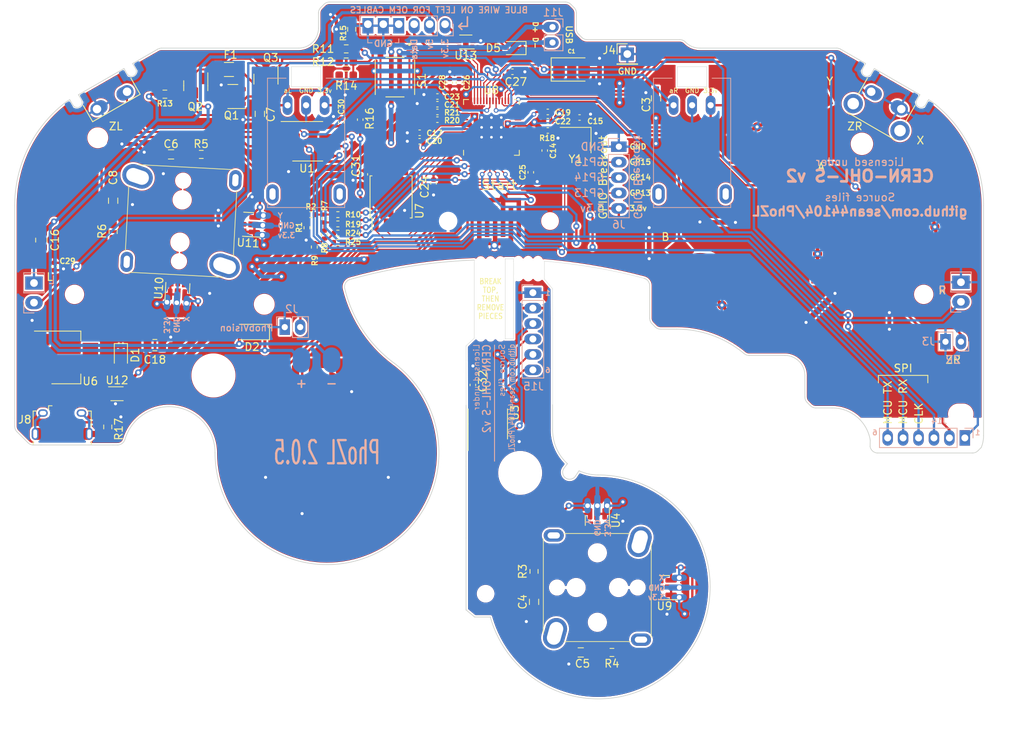
<source format=kicad_pcb>
(kicad_pcb (version 20211014) (generator pcbnew)
  (layers (0 "F.Cu" signal) (31 "B.Cu" signal) (36 "B.SilkS" user "B.Silkscreen") (37 "F.SilkS" user "F.Silkscreen") (38 "B.Mask" user) (39 "F.Mask" user) (44 "Edge.Cuts" user))
  (net 0 "")
  (net 1 "GND")
  (net 2 "+3V3")
  (net 3 "/A")
  (net 4 "/B")
  (net 5 "/X")
  (net 6 "/Y")
  (net 7 "/R")
  (net 8 "/Start")
  (net 9 "/Z")
  (net 10 "/Dleft")
  (net 11 "/Dup")
  (net 12 "/Dright")
  (net 13 "/Ddown")
  (net 14 "/Lanalog")
  (net 15 "/Ranalog")
  (net 16 "/L")
  (net 17 "/Stick_x_filt")
  (net 18 "/Stick_y_filt")
  (net 19 "/Ladder1")
  (net 20 "/Rumble")
  (net 21 "/C_x_filt")
  (net 22 "/C_y_filt")
  (net 23 "Net-(Q1-Pad1)")
  (net 24 "Net-(F1-Pad2)")
  (net 25 "Net-(Q1-Pad3)")
  (net 26 "/Brake")
  (net 27 "Net-(Q3-Pad1)")
  (net 28 "Net-(D2-Pad2)")
  (net 29 "VCC")
  (net 32 "/XIN")
  (net 33 "Net-(C15-Pad1)")
  (net 34 "+1V1")
  (net 35 "+5V")
  (net 36 "/V")
  (net 37 "/USB_D+")
  (net 38 "/USB_D-")
  (net 39 "/~{USB_BOOT}")
  (net 40 "/QSPI_SS")
  (net 41 "/XOUT")
  (net 42 "Net-(R20-Pad2)")
  (net 43 "Net-(R21-Pad2)")
  (net 44 "/QSPI_SD1")
  (net 45 "/QSPI_SD2")
  (net 46 "/QSPI_SD0")
  (net 47 "/QSPI_SCLK")
  (net 48 "/QSPI_SD3")
  (net 49 "/Ladder2")
  (net 50 "/Ladder3")
  (net 51 "/Ladder4")
  (net 52 "Net-(R1-Pad1)")
  (net 53 "Net-(R10-Pad1)")
  (net 54 "Net-(R19-Pad1)")
  (net 55 "Net-(R24-Pad1)")
  (net 56 "/GPIO12")
  (net 57 "/GPIO13")
  (net 58 "/GPIO14")
  (net 59 "/GPIO15")
  (net 60 "/SWCLK")
  (net 61 "/SWD")
  (net 62 "/RUN")
  (net 63 "/CS2")
  (net 64 "/CLK")
  (net 65 "/Dout")
  (net 66 "/Din")
  (net 67 "/GCC_DATA")
  (net 69 "/CS1")
  (net 70 "/H1XS")
  (net 71 "/H1YS")
  (net 72 "/H2YS")
  (net 73 "/H2XS")
  (net 74 "Net-(D1-Pad2)")
  (net 75 "/CLK2")
  (net 76 "/Dout2")
  (net 77 "/Din2")
  (net 78 "/CS2_2")
  (net 79 "/GND_C")
  (net 80 "/USB_D-_Raw")
  (net 81 "/USB_D+_Raw")
  (net 82 "Net-(J8-Pad6)")
  (net 83 "/GCC_3.3V")
  (net 84 "Net-(D5-Pad2)")
  (footprint "PhobGCC_2_0_0_footprints:ABXY_Contact_Omron_Switch_Circley" (layer "F.Cu") (at 152.24 51.08)
    (fp_text reference "SW1" hide)
    (fp_text value "A" hide)
  )
  (footprint "PhobGCC_2_0_0_footprints:ABXY_Contact_Omron_Switch_Circley" (layer "F.Cu") (at 137.04 58.78 41)
    (fp_text reference "SW2" hide)
    (fp_text value "B" hide)
  )
  (footprint "PhobGCC_2_0_0_footprints:Z_Switch_Edge_Omron" (layer "F.Cu") (at 161.141443 35.505 -30)
    (fp_text reference "SW8" hide)
    (fp_text value "Z" hide)
  )
  (footprint "PhobGCC_2_0_0_footprints:Dpad_Contact_TL3315NF_2" (layer "F.Cu") (at 80.74 81.13 180)
    (fp_text reference "SW9" hide)
    (fp_text value "Dleft" hide)
  )
  (footprint "PhobGCC_2_0_0_footprints:Dpad_Contact_TL3315NF_2" (layer "F.Cu") (at 88.69 73.18 -90)
    (fp_text reference "SW10" hide)
    (fp_text value "Dup" hide)
  )
  (footprint "PhobGCC_2_0_0_footprints:Dpad_Contact_TL3315NF_2" (layer "F.Cu") (at 96.64 81.13 180)
    (fp_text reference "SW11" hide)
    (fp_text value "Dright" hide)
  )
  (footprint "PhobGCC_2_0_0_footprints:Dpad_Contact_TL3315NF_2" (layer "F.Cu") (at 88.69 89.08 90)
    (fp_text reference "SW12" hide)
    (fp_text value "Ddown" hide)
  )
  (footprint "PhobGCC_2_0_0_footprints:GCC_Stickbox_Hall_Only" (layer "F.Cu") (at 69.795083 51.128232 177)
    (fp_text reference "U2" hide)
    (fp_text value "Stickbox_Assembly_Main")
  )
  (footprint "PhobGCC_2_0_0_footprints:C_0603_HandSoldering" (layer "F.Cu") (at 80 37.25 -90)
    (fp_text reference "C7")
    (fp_text value "0.047u")
  )
  (footprint "PhobGCC_2_0_0_footprints:C_0603_HandSoldering" (layer "F.Cu") (at 131.318 35.24 90)
    (fp_text reference "C3")
    (fp_text value "0.047u")
  )
  (footprint "PhobGCC_2_0_0_footprints:Start_Contact" (layer "F.Cu") (at 110.99 51.18)
    (fp_text reference "SW5" hide)
    (fp_text value "Start")
  )
  (footprint "PhobGCC_2_0_0_footprints:ABXY_Contact_Omron_Switch_Circley" (layer "F.Cu") (at 148.24 36.98 -63)
    (fp_text reference "SW4" hide)
    (fp_text value "Y" hide)
  )
  (footprint "PhobGCC_2_0_0_footprints:MountingHole_5.2mm" (layer "F.Cu") (at 73.99 71.13)
    (fp_text reference "H1" hide)
    (fp_text value "5.2mm")
  )
  (footprint "PhobGCC_2_0_0_footprints:MountingHole_2.0mm" (layer "F.Cu") (at 55.99 60.63)
    (fp_text reference "H3" hide)
    (fp_text value "2mm")
  )
  (footprint "PhobGCC_2_0_0_footprints:MountingHole_1.8mm" (layer "F.Cu") (at 104.39 51.13)
    (fp_text reference "H5" hide)
    (fp_text value "1.8mm")
  )
  (footprint "PhobGCC_2_0_0_footprints:MountingHole_1.8mm" (layer "F.Cu") (at 117.59 51.13)
    (fp_text reference "H6" hide)
    (fp_text value "1.8mm")
  )
  (footprint "PhobGCC_2_0_0_footprints:MountingHole_2.4mm" (layer "F.Cu") (at 157.99 41.13)
    (fp_text reference "H7" hide)
    (fp_text value "2.4mm")
  )
  (footprint "PhobGCC_2_0_0_footprints:MountingHole_2.0mm" (layer "F.Cu") (at 165.99 60.63)
    (fp_text reference "H4" hide)
    (fp_text value "2mm")
  )
  (footprint "PhobGCC_2_0_0_footprints:MountingHole_2.2mm" (layer "F.Cu") (at 59.006622 40.346621)
    (fp_text reference "H8" hide)
    (fp_text value "2.2mm")
  )
  (footprint "PhobGCC_2_0_0_footprints:ABXY_Contact_Omron_Switch_Circley" (layer "F.Cu") (at 166.54 47.68 12)
    (fp_text reference "SW3" hide)
    (fp_text value "X" hide)
  )
  (footprint "PhobGCC_2_0_0_footprints:Slot" (layer "F.Cu") (at 170.79 76.13)
    (fp_text reference "H2" hide)
    (fp_text value "Slot")
  )
  (footprint "PhobGCC_2_0_0_footprints:MountingHole_2.2mm" (layer "F.Cu") (at 80.573378 61.913378)
    (fp_text reference "H9" hide)
    (fp_text value "2.2mm")
  )
  (footprint "PhobGCC_2_0_0_footprints:Fuse_1206_3216Metric" (layer "F.Cu") (at 76 31.5)
    (fp_text reference "F1")
    (fp_text value "Fuse")
  )
  (footprint "PhobGCC_2_0_0_footprints:R_0603_1608Metric_Pad0.98x0.95mm_HandSolder" (layer "F.Cu") (at 91.19 32.23)
    (fp_text reference "R14")
    (fp_text value "10k")
  )
  (footprint "PhobGCC_2_0_0_footprints:SOIC-8_5.23x5.23mm_P1.27mm" (layer "F.Cu") (at 97 48 90)
    (fp_text reference "U7")
    (fp_text value "W25Q128JVS")
  )
  (footprint "PhobGCC_2_0_0_footprints:R_0402_1005Metric" (layer "F.Cu") (at 90.106 51.5)
    (fp_text reference "R19")
    (fp_text value "316")
  )
  (footprint "PhobGCC_2_0_0_footprints:R_0402_1005Metric" (layer "F.Cu") (at 86.606 50.3 180)
    (fp_text reference "R2")
    (fp_text value "180")
  )
  (footprint "Diode_SMD:D_SOD-323" (layer "F.Cu") (at 112.9792 28.7274 180)
    (fp_text reference "D5")
    (fp_text value "CUS10S30,H3F" hide)
  )
  (footprint "PhobGCC_2_0_0_footprints:C_0402_1005Metric" (layer "F.Cu") (at 100.7 39.7 180)
    (fp_text reference "C17")
    (fp_text value "100n")
  )
  (footprint "PhobGCC_2_0_0_footprints:SOT-223-3_TabPin2" (layer "F.Cu") (at 54.9 68.8)
    (fp_text reference "U6")
    (fp_text value "AMS1117-3.3")
  )
  (footprint "PhobGCC_2_0_0_footprints:C_0402_1005Metric" (layer "F.Cu") (at 53.369189 57.02 -90)
    (fp_text reference "C29")
    (fp_text value "100n")
  )
  (footprint "PhobGCC_2_0_0_footprints:Crystal_SMD_3225-4Pin_3.2x2.5mm" (layer "F.Cu") (at 120.9 40.65 180)
    (fp_text reference "Y1")
    (fp_text value "Crystal_GND24")
  )
  (footprint "PhobGCC_2_0_0_footprints:C_0402_1005Metric" (layer "F.Cu") (at 103 37)
    (fp_text reference "R21")
    (fp_text value "27")
  )
  (footprint "Package_TO_SOT_SMD:SOT-666" (layer "F.Cu") (at 106.68 27.94 180)
    (fp_text reference "U13")
    (fp_text value "USBLC6-2P6")
  )
  (footprint "PhobGCC_2_0_0_footprints:R_0402_1005Metric" (layer "F.Cu") (at 88.356 50.8 90)
    (fp_text reference "R7")
    (fp_text value "180")
  )
  (footprint "PhobGCC_2_0_0_footprints:C_0402_1005Metric" (layer "F.Cu") (at 103 38)
    (fp_text reference "R20")
    (fp_text value "27")
  )
  (footprint "PhobGCC_2_0_0_footprints:C_0603_HandSoldering" (layer "F.Cu") (at 121.568 107.01 180)
    (fp_text reference "C5")
    (fp_text value "0.047u")
  )
  (footprint "PhobGCC_2_0_0_footprints:SW_TS-1187A-B-A-B" (layer "F.Cu") (at 97.5 32.5 -90)
    (fp_text reference "S1")
    (fp_text value "BOOTSEL")
  )
  (footprint "PhobGCC_2_0_0_footprints:C_0402_1005Metric" (layer "F.Cu") (at 105.8 33.2 90)
    (fp_text reference "C26")
    (fp_text value "100n")
  )
  (footprint "PhobGCC_2_0_0_footprints:SOT-23" (layer "F.Cu") (at 132.418 98.61 180)
    (fp_text reference "U9")
    (fp_text value "DRV5055A3xDBZxQ1")
  )
  (footprint "PhobGCC_2_0_0_footprints:C_0402_1005Metric" (layer "F.Cu") (at 102.5 46.25 -90)
    (fp_text reference "C24")
    (fp_text value "100n")
  )
  (footprint "PhobGCC_2_0_0_footprints:C_0402_1005Metric" (layer "F.Cu") (at 90.551 38.354 90)
    (fp_text reference "C30")
    (fp_text value "100n")
  )
  (footprint "Capacitor_Tantalum_SMD:CP_EIA-3528-12_Kemet-T_Pad1.50x2.35mm_HandSolder" (layer "F.Cu") (at 120.375 31.5)
    (fp_text reference "C1")
    (fp_text value "47u" hide)
  )
  (footprint "PhobGCC_2_0_0_footprints:SOT-23" (layer "F.Cu") (at 123.716 89.91 -90)
    (fp_text reference "U4")
    (fp_text value "DRV5055A3xDBZxQ1")
  )
  (footprint "PhobGCC_2_0_0_footprints:R_0402_1005Metric" (layer "F.Cu") (at 90.106 50.3)
    (fp_text reference "R10")
    (fp_text value "316")
  )
  (footprint "PhobGCC_2_0_0_footprints:C_0402_1005Metric" (layer "F.Cu") (at 116.9 42 -90)
    (fp_text reference "C14")
    (fp_text value "27p")
  )
  (footprint "PhobGCC_2_0_0_footprints:C_0402_1005Metric" (layer "F.Cu") (at 107.5944 72.3646 90)
    (fp_text reference "C32")
    (fp_text value "100n")
  )
  (footprint "PhobGCC_2_0_0_footprints:R_0402_1005Metric" (layer "F.Cu") (at 87.056 54.5 90)
    (fp_text reference "R9")
    (fp_text value "180")
  )
  (footprint "PhobGCC_2_0_0_footprints:C_0805_2012Metric" (layer "F.Cu") (at 51.7 53.6 -90)
    (fp_text reference "C16")
    (fp_text value "10u")
  )
  (footprint "PhobGCC_2_0_0_footprints:R_0402_1005Metric" (layer "F.Cu") (at 86.106 52 -90)
    (fp_text reference "R1")
    (fp_text value "180")
  )
  (footprint "PhobGCC_2_0_0_footprints:SOIC-8_3.9x4.9mm_P1.27mm" (layer "F.Cu") (at 109.518 77.41 90)
    (fp_text reference "U3")
    (fp_text value "MCP3202")
  )
  (footprint "PhobGCC_2_0_0_footprints:C_0402_1005Metric" (layer "F.Cu") (at 117.3 38.2)
    (fp_text reference "C22")
    (fp_text value "100n")
  )
  (footprint "PhobGCC_2_0_0_footprints:RP2040-QFN-56" (layer "F.Cu") (at 110 39 90)
    (fp_text reference "U8")
    (fp_text value "RP2040")
  )
  (footprint "PhobGCC_2_0_0_footprints:C_0402_1005Metric" (layer "F.Cu") (at 100.7 40.8 180)
    (fp_text reference "C20")
    (fp_text value "100n")
  )
  (footprint "PhobGCC_2_0_0_footprints:SOT-23" (layer "F.Cu") (at 80.79 32.75 -90)
    (fp_text reference "Q3")
    (fp_text value "Q_NMOS_GSD")
  )
  (footprint "PhobGCC_2_0_0_footprints:R_0402_1005Metric" (layer "F.Cu") (at 90.106 53.9)
    (fp_text reference "R25")
    (fp_text value "316")
  )
  (footprint "PhobGCC_2_0_0_footprints:R_0603_1608Metric_Pad0.98x0.95mm_HandSolder" (layer "F.Cu") (at 67.7 34.7 180)
    (fp_text reference "R13")
    (fp_text value "10k")
  )
  (footprint "PhobGCC_2_0_0_footprints:PinHeader_1x01_P2.54mm_Vertical" (layer "F.Cu") (at 127.6 29.5)
    (fp_text reference "J4")
    (fp_text value "Conn_01x01")
  )
  (footprint "PhobGCC_2_0_0_footprints:C_0603_HandSoldering" (layer "F.Cu") (at 115.518 100.46 -90)
    (fp_text reference "C4")
    (fp_text value "0.047u")
  )
  (footprint "PhobGCC_2_0_0_footprints:breakaway-mousebites-double-v2-small" (layer "F.Cu") (at 114.5272 56.049325 180)
    (fp_text reference "H14" hide)
    (fp_text value "MouseBite" hide)
  )
  (footprint "PhobGCC_2_0_0_footprints:C_0603_HandSoldering" (layer "F.Cu") (at 68.5 42.5 180)
    (fp_text reference "C6")
    (fp_text value "0.047u")
  )
  (footprint "PhobGCC_2_0_0_footprints:C_0402_1005Metric" (layer "F.Cu") (at 93.599 45.085 -90)
    (fp_text reference "C31")
    (fp_text value "100n")
  )
  (footprint "PhobGCC_2_0_0_footprints:R_0603_1608Metric_Pad0.98x0.95mm_HandSolder" (layer "F.Cu") (at 91.9 26.3 -90)
    (fp_text reference "R15")
    (fp_text value "10k")
  )
  (footprint "PhobGCC_2_0_0_footprints:R_0603_1608Metric_Pad0.98x0.95mm_HandSolder" (layer "F.Cu") (at 115.518 96.51 90)
    (fp_text reference "R3")
    (fp_text value "2k")
  )
  (footprint "PhobGCC_2_0_0_footprints:C_0402_1005Metric" (layer "F.Cu") (at 117.3 39.4)
    (fp_text reference "R18")
    (fp_text value "1k")
  )
  (footprint "PhobGCC_2_0_0_footprints:R_0402_1005Metric" (layer "F.Cu") (at 90.106 52.7)
    (fp_text reference "R24")
    (fp_text value "316")
  )
  (footprint "PhobGCC_2_0_0_footprints:SOT-23" (layer "F.Cu") (at 78.475 51.575 177)
    (fp_text reference "U11")
    (fp_text value "DRV5055A3xDBZxQ1")
  )
  (footprint "PhobGCC_2_0_0_footprints:GCC_Stickbox_Hall_Only" (layer "F.Cu") (at 123.719 98.604552 -90)
    (fp_text reference "U5" hide)
    (fp_text value "Stickbox_Assembly_CStick")
  )
  (footprint "PhobGCC_2_0_0_footprints:SOT-23" (layer "F.Cu") (at 69.350935 59.811215 87)
    (fp_text reference "U10")
    (fp_text value "DRV5055A3xDBZxQ1")
  )
  (footprint "PhobGCC_2_0_0_footprints:R_0603_1608Metric_Pad0.98x0.95mm_HandSolder" (layer "F.Cu") (at 125.6055 107.01)
    (fp_text reference "R4")
    (fp_text value "2k")
  )
  (footprint "Package_TO_SOT_SMD:SOT-666" (layer "F.Cu") (at 61.5 73.5)
    (fp_text reference "U12")
    (fp_text value "USBLC6-2P6")
  )
  (footprint "PhobGCC_2_0_0_footprints:breakaway-mousebites-double-v2-large" (layer "F.Cu") (at 110.1104 62.67685)
    (fp_text reference "H15" hide)
    (fp_text value "MouseBite" hide)
  )
  (footprint "PhobGCC_2_0_0_footprints:R_0603_1608Metric_Pad0.98x0.95mm_HandSolder" (layer "F.Cu") (at 61 52.5 -90)
    (fp_text reference "R6")
    (fp_text value "2k")
  )
  (footprint "Diode_SMD:D_SOD-323" (layer "F.Cu") (at 62 68.5 -90)
    (fp_text reference "D1")
    (fp_text value "CUS10S30,H3F")
  )
  (footprint "PhobGCC_2_0_0_footprints:MountingHole_5.2mm" (layer "F.Cu") (at 113.719 83.754552 90)
    (fp_text reference "H11" hide)
    (fp_text value "MountingHole")
  )
  (footprint "PhobGCC_2_0_0_footprints:R_0402_1005Metric" (layer "F.Cu") (at 88.356 52.9 90)
    (fp_text reference "R8")
    (fp_text value "180")
  )
  (footprint "PhobGCC_2_0_0_footprints:C_0402_1005Metric" (layer "F.Cu") (at 104.6 33.2 90)
    (fp_text reference "C28")
    (fp_text value "100n")
  )
  (footprint "PhobGCC_2_0_0_footprints:Z_Switch_Edge_Omron" (layer "F.Cu") (at 60.85277 35.505 30)
    (fp_text reference "SW8" hide)
    (fp_text value "Z" hide)
  )
  (footprint "PhobGCC_2_0_0_footprints:C_0402_1005Metric" (layer "F.Cu") (at 103 36 180)
    (fp_text reference "C21")
    (fp_text value "1u")
  )
  (footprint "PhobGCC_2_0_0_footprints:SOT-23" (layer "F.Cu") (at 76.5 35 180)
    (fp_text reference "Q1")
    (fp_text value "Q_NMOS_GSD")
  )
  (footprint "Resistor_SMD:R_0603_1608Metric_Pad0.98x0.95mm_HandSolder" (layer "F.Cu") (at 60.3 77.8 90)
    (fp_text reference "R17")
    (fp_text value "100k")
  )
  (footprint "PhobGCC_2_0_0_footprints:C_0402_1005Metric" (layer "F.Cu") (at 93 38 90)
    (fp_text reference "R16")
    (fp_text value "1k")
  )
  (footprint "PhobGCC_2_0_0_footprints:C_0402_1005Metric" (layer "F.Cu") (at 121.412 37.719)
    (fp_text reference "C15")
    (fp_text value "27p")
  )
  (footprint "PhobGCC_2_0_0_footprints:D_SOD-123" (layer "F.Cu") (at 79 65.51 180)
    (fp_text reference "D2")
    (fp_text value "M7C")
  )
  (footprint "PhobGCC_2_0_0_footprints:C_0402_1005Metric" (layer "F.Cu") (at 103 35 180)
    (fp_text reference "C23")
    (fp_text value "1u")
  )
  (footprint "PhobGCC_2_0_0_footprints:MountingHole_2.0mm" (layer "F.Cu") (at 123.719 94.104552 90)
    (fp_text reference "H13" hide)
    (fp_text value "MountingHole")
  )
  (footprint "PhobGCC_2_0_0_footprints:USB_Micro-B_Amphenol_10118194_Horizontal" (layer "F.Cu") (at 54.4 77.4)
    (fp_text reference "J8")
    (fp_text value "USB_B_Micro")
  )
  (footprint "PhobGCC_2_0_0_footprints:R_0603_1608Metric_Pad0.98x0.95mm_HandSolder" (layer "F.Cu") (at 91.19 28.83 180)
    (fp_text reference "R11")
    (fp_text value "100R")
  )
  (footprint "PhobGCC_2_0_0_footprints:C_0402_1005Metric" (layer "F.Cu") (at 115.1 44.82 -90)
    (fp_text reference "C25")
    (fp_text value "100n")
  )
  (footprint "PhobGCC_2_0_0_footprints:R_0603_1608Metric_Pad0.98x0.95mm_HandSolder" (layer "F.Cu") (at 72.4125 42.5)
    (fp_text reference "R5")
    (fp_text value "2k")
  )
  (footprint "PhobGCC_2_0_0_footprints:MountingHole_2.0mm" (layer "F.Cu") (at 123.719 103.104552 90)
    (fp_text reference "H12" hide)
    (fp_text value "MountingHole")
  )
  (footprint "PhobGCC_2_0_0_footprints:SOIC-8_3.9x4.9mm_P1.27mm" (layer "F.Cu") (at 86.2 40.8)
    (fp_text reference "U1")
    (fp_text value "MCP3202")
  )
  (footprint "PhobGCC_2_0_0_footprints:MountingHole_1.8mm" (layer "F.Cu") (at 109.244 99.404552 90)
    (fp_text reference "H10" hide)
    (fp_text value "MountingHole")
  )
  (footprint "PhobGCC_2_0_0_footprints:C_0603_HandSoldering" (layer "F.Cu") (at 61 48.5 90)
    (fp_text reference "C8")
    (fp_text value "0.047u")
  )
  (footprint "PhobGCC_2_0_0_footprints:C_0402_1005Metric" (layer "F.Cu") (at 112.72 31.8)
    (fp_text reference "C27")
    (fp_text value "100n")
  )
  (footprint "PhobGCC_2_0_0_footprints:C_0805_2012Metric" (layer "F.Cu") (at 66.4 67.2)
    (fp_text reference "C18")
    (fp_text value "10u")
  )
  (footprint "PhobGCC_2_0_0_footprints:SOT-23" (layer "F.Cu") (at 71.7 33.6 -90)
    (fp_text reference "Q2")
    (fp_text value "Q_PMOS_GDS")
  )
  (footprint "PhobGCC_2_0_0_footprints:R_0603_1608Metric_Pad0.98x0.95mm_HandSolder" (layer "F.Cu") (at 91.19 30.53 180)
    (fp_text reference "R12")
    (fp_text value "100R")
  )
  (footprint "PhobGCC_2_0_0_footprints:C_0402_1005Metric" (layer "F.Cu") (at 117.3 37)
    (fp_text reference "C19")
    (fp_text value "100n")
  )
  (footprint "PhobGCC_2_0_0_footprints:Pin_Header_Straight_1x02_Pitch2.54mm" (layer "B.Cu") (at 50.745892 61.699074)
    (fp_text reference "SW6" hide)
    (fp_text value "L" hide)
  )
  (footprint "PhobGCC_2_0_0_footprints:Pin_Header_Straight_1x02_Pitch2.54mm" (layer "B.Cu") (at 170.815 61.595)
    (fp_text reference "SW7" hide)
    (fp_text value "R" hide)
  )
  (footprint "PhobGCC_2_0_0_footprints:GCC_Slider" (layer "B.Cu") (at 135.99 36.13 180)
    (fp_text reference "RV2" hide)
    (fp_text value "R_POT_MountingPin")
  )
  (footprint "PhobGCC_2_0_0_footprints:GCC_Slider" (layer "B.Cu") (at 85.99 36.13 180)
    (fp_text reference "RV1" hide)
    (fp_text value "R_POT_MountingPin")
  )
  (footprint "PhobGCC_2_0_0_footprints:GCC_Header_Straight_1x06_Pitch2.00mm" (layer "B.Cu") (at 103.99 25.63 90)
    (fp_text reference "J1" hide)
    (fp_text value "Conn_01x06_Female")
  )
  (footprint "PhobGCC_2_0_0_footprints:PinHeader_1x02_P2.00mm_Horizontal" (layer "B.Cu") (at 168.815 66.761 -90)
    (fp_text reference "J3")
    (fp_text value "Conn_01x02")
  )
  (footprint "Connector_PinSocket_2.00mm:PinSocket_1x06_P2.00mm_Vertical" (layer "B.Cu") (at 126.5 51.5)
    (fp_text reference "J6")
    (fp_text value "Conn_01x06")
  )
  (footprint "PhobGCC_2_0_0_footprints:PinSocket_1x06_P2.00mm_Vertical" (layer "B.Cu") (at 115.3668 60.41 180)
    (fp_text reference "J15")
    (fp_text value "Conn_01x06")
  )
  (footprint "PhobGCC_2_0_0_footprints:rumble_pins" (layer "B.Cu") (at 86.182 69.118 -90)
    (fp_text reference "J5" hide)
    (fp_text value "Rumble" hide)
  )
  (footprint "PhobGCC_2_0_0_footprints:PinSocket_1x06_P2.00mm_Vertical" (layer "B.Cu") (at 171.3192 79.2226 90)
    (fp_text reference "J14")
    (fp_text value "Conn_01x06")
  )
  (footprint "PhobGCC_2_0_0_footprints:PinHeader_1x02_P2.00mm_Vertical" (layer "B.Cu") (at 117.91 26.01 180)
    (fp_text reference "J11")
    (fp_text value "Conn_01x02")
  )
  (footprint "PhobGCC_2_0_0_footprints:PinHeader_1x02_P2.00mm_Vertical" (layer "B.Cu") (at 83.2264 64.8716 -90)
    (fp_text reference "J2")
    (fp_text value "Conn_01x02")
  )
  (gr_line (start 106.172 26.3144) (end 105.7656 25.908) (layer "B.SilkS") (width 0.2))
  (gr_line (start 106.8832 24.6888) (end 106.8832 25.908) (layer "B.SilkS") (width 0.2))
  (gr_line (start 94.5388 28.0416) (end 93.98 28.0416) (layer "B.SilkS") (width 0.12))
  (gr_line (start 97.536 28.0416) (end 97.9932 28.0416) (layer "B.SilkS") (width 0.12))
  (gr_line (start 110.4 67.2) (end 110.4 82.2368) (layer "B.SilkS") (width 0.12))
  (gr_line (start 97.9932 28.0416) (end 97.9932 27.5336) (layer "B.SilkS") (width 0.12))
  (gr_line (start 105.7656 25.908) (end 106.172 25.5016) (layer "B.SilkS") (width 0.2))
  (gr_line (start 106.8832 25.908) (end 105.7656 25.908) (layer "B.SilkS") (width 0.2))
  (gr_line (start 93.98 28.0416) (end 93.98 27.5336) (layer "B.SilkS") (width 0.12))
  (gr_line (start 160.1216 71.12) (end 160.1216 72.0852) (layer "F.SilkS") (width 0.12))
  (gr_line (start 166.5224 71.12) (end 166.5224 72.0852) (layer "F.SilkS") (width 0.12))
  (gr_line (start 160.1216 71.12) (end 166.5224 71.12) (layer "F.SilkS") (width 0.12))
  (gr_line (start 84.09 33.73) (end 84.09 31.13) (layer "Edge.Cuts") (width 0.05))
  (gr_line (start 134.09 33.73) (end 134.09 31.13) (layer "Edge.Cuts") (width 0.05))
  (gr_line (start 84.997107 28.737107) (end 67.264111 28.737107) (layer "Edge.Cuts") (width 0.1))
  (gr_line (start 112.86 66.399391) (end 112.8618 56.326618) (layer "Edge.Cuts") (width 0.05))
  (gr_line (start 160.035421 81.176124) (end 172.317318 81.176124) (layer "Edge.Cuts") (width 0.1))
  (gr_line (start 165.087895 35.462132) (end 165.486672 34.768607) (layer "Edge.Cuts") (width 0.1))
  (gr_arc (start 50.663 80.14) (mid 50.279398 80.062098) (end 49.954213 79.844213) (layer "Edge.Cuts") (width 0.1))
  (gr_line (start 51.645 80.139957) (end 50.663 80.14) (layer "Edge.Cuts") (width 0.1))
  (gr_line (start 119.842883 82.558942) (end 119.376378 83.178617) (layer "Edge.Cuts") (width 0.1))
  (gr_line (start 150.597106 71.137107) (end 150.597106 73.922893) (layer "Edge.Cuts") (width 0.1))
  (gr_line (start 152.011319 75.337107) (end 154.134915 75.337107) (layer "Edge.Cuts") (width 0.1))
  (gr_line (start 158.464731 30.730991) (end 155.228573 28.8702) (layer "Edge.Cuts") (width 0.1))
  (gr_arc (start 166.214873 36.110144) (mid 165.327396 36.349596) (end 165.087895 35.462132) (layer "Edge.Cuts") (width 0.1))
  (gr_line (start 134.09 31.13) (end 137.89 31.13) (layer "Edge.Cuts") (width 0.05))
  (gr_line (start 62.402504 31.379003) (end 56.507541 34.768607) (layer "Edge.Cuts") (width 0.1))
  (gr_line (start 173.024425 80.883231) (end 173.438638 80.469018) (layer "Edge.Cuts") (width 0.1))
  (gr_line (start 159.591709 31.379003) (end 159.192932 32.072529) (layer "Edge.Cuts") (width 0.1))
  (gr_arc (start 48.247107 49.137107) (mid 50.02865 41.590378) (end 54.997107 35.637107) (layer "Edge.Cuts") (width 0.1))
  (gr_line (start 87.89 33.73) (end 84.09 33.73) (layer "Edge.Cuts") (width 0.05))
  (gr_line (start 106.7054 67.308) (end 107.7722 66.292) (layer "Edge.Cuts") (width 0.05))
  (gr_arc (start 129.749616 58.543703) (mid 130.288467 58.899951) (end 130.497106 59.511297) (layer "Edge.Cuts") (width 0.1))
  (gr_line (start 106.715107 101.504552) (end 107.824 102.423717) (layer "Edge.Cuts") (width 0.1))
  (gr_arc (start 90.998864 59.88648) (mid 91.110473 59.140878) (end 91.710992 58.685076) (layer "Edge.Cuts") (width 0.1))
  (gr_arc (start 87.597106 26.137107) (mid 86.835584 27.975585) (end 84.997107 28.737107) (layer "Edge.Cuts") (width 0.1))
  (gr_line (start 87.597106 24.180963) (end 87.597106 26.137107) (layer "Edge.Cuts") (width 0.1))
  (gr_arc (start 87.597106 24.180963) (mid 87.67324 23.798285) (end 87.889999 23.473856) (layer "Edge.Cuts") (width 0.1))
  (gr_arc (start 116.8618 56.326618) (mid 123.353576 57.156903) (end 129.749616 58.543702) (layer "Edge.Cuts") (width 0.05))
  (gr_line (start 166.997106 35.637107) (end 166.61365 35.41662) (layer "Edge.Cuts") (width 0.1))
  (gr_arc (start 131.911318 65.137107) (mid 131.528632 65.060994) (end 131.204212 64.844213) (layer "Edge.Cuts") (width 0.1))
  (gr_arc (start 136.997106 28.737107) (mid 135.981533 28.530562) (end 135.127319 27.943733) (layer "Edge.Cuts") (width 0.1))
  (gr_arc (start 123.824 84.023717) (mid 122.552653 83.885186) (end 121.341069 83.475824) (layer "Edge.Cuts") (width 0.1))
  (gr_line (start 120.874563 84.176335) (end 121.341069 83.475824) (layer "Edge.Cuts") (width 0.1))
  (gr_line (start 130.789999 64.43) (end 131.204212 64.844213) (layer "Edge.Cuts") (width 0.1))
  (gr_line (start 55.77934 36.110145) (end 55.380563 35.41662) (layer "Edge.Cuts") (width 0.1))
  (gr_line (start 106.718 82.260552) (end 106.717957 82.882552) (layer "Edge.Cuts") (width 0.1))
  (gr_line (start 159.064982 79.503773) (end 159.049408 80.34279) (layer "Edge.Cuts") (width 0.1))
  (gr_line (start 106.717957 92.183552) (end 106.715107 101.504552) (layer "Edge.Cuts") (width 0.1))
  (gr_arc (start 120.704213 23.473856) (mid 120.920996 23.798275) (end 120.997106 24.180963) (layer "Edge.Cuts") (width 0.1))
  (gr_line (start 150.889999 74.63) (end 151.304212 75.044213) (layer "Edge.Cuts") (width 0.1))
  (gr_line (start 111.7788 66.400609) (end 111.7788 56.03) (layer "Edge.Cuts") (width 0.05))
  (gr_line (start 66.76564 28.8702) (end 63.529482 30.730991) (layer "Edge.Cuts") (width 0.1))
  (gr_arc (start 66.76564 28.8702) (mid 67.006144 28.770953) (end 67.264111 28.737106) (layer "Edge.Cuts") (width 0.1))
  (gr_line (start 117.924 78.123717) (end 117.924 74.923717) (layer "Edge.Cuts") (width 0.1))
  (gr_arc (start 166.997106 35.637107) (mid 171.965561 41.590379) (end 173.747106 49.137107) (layer "Edge.Cuts") (width 0.1))
  (gr_line (start 88.304212 23.059643) (end 87.889999 23.473856) (layer "Edge.Cuts") (width 0.1))
  (gr_line (start 112.8618 56.03) (end 112.8618 56.326618) (layer "Edge.Cuts") (width 0.05))
  (gr_arc (start 133.997106 65.137106) (mid 138.639987 65.953411) (end 142.725996 68.304417) (layer "Edge.Cuts") (width 0.1))
  (gr_arc (start 143.367271 68.537106) (mid 143.026181 68.477126) (end 142.725996 68.304417) (layer "Edge.Cuts") (width 0.1))
  (gr_line (start 166.61365 35.41662) (end 166.214873 36.110145) (layer "Edge.Cuts") (width 0.1))
  (gr_line (start 60.946 80.139957) (end 51.645 80.139957) (layer "Edge.Cuts") (width 0.1))
  (gr_line (start 137.89 31.13) (end 137.89 33.73) (layer "Edge.Cuts") (width 0.05))
  (gr_line (start 120.997106 26.224375) (end 120.997106 24.180963) (layer "Edge.Cuts") (width 0.1))
  (gr_arc (start 122.411319 27.638589) (mid 122.028633 27.562474) (end 121.704212 27.345696) (layer "Edge.Cuts") (width 0.1))
  (gr_line (start 120.704212 23.473856) (end 120.289999 23.059643) (layer "Edge.Cuts") (width 0.1))
  (gr_arc (start 62.525292 79.424399) (mid 69.101063 75.238705) (end 74.197105 81.137107) (layer "Edge.Cuts") (width 0.1))
  (gr_line (start 84.09 31.13) (end 87.89 31.13) (layer "Edge.Cuts") (width 0.05))
  (gr_arc (start 154.134914 75.337106) (mid 157.362394 76.518301) (end 159.064982 79.503773) (layer "Edge.Cuts") (width 0.1))
  (gr_line (start 165.486672 34.768607) (end 159.591709 31.379003) (layer "Edge.Cuts") (width 0.1))
  (gr_arc (start 121.289999 26.931482) (mid 121.073232 26.607056) (end 120.997106 26.224375) (layer "Edge.Cuts") (width 0.1))
  (gr_line (start 130.497106 59.511297) (end 130.497106 63.722893) (layer "Edge.Cuts") (width 0.1))
  (gr_line (start 48.247107 49.137107) (end 48.247107 76.664) (layer "Edge.Cuts") (width 0.1))
  (gr_arc (start 97.361544 69.510519) (mid 95.201553 94.096358) (end 74.197105 81.137107) (layer "Edge.Cuts") (width 0.1))
  (gr_line (start 111.7788 66.400609) (end 112.86 66.399391) (layer "Edge.Cuts") (width 0.05))
  (gr_arc (start 88.304212 23.059642) (mid 88.628634 22.842865) (end 89.011319 22.766749) (layer "Edge.Cuts") (width 0.1))
  (gr_line (start 107.824 102.423717) (end 109.858328 102.423717) (layer "Edge.Cuts") (width 0.1))
  (gr_arc (start 152.011318 75.337107) (mid 151.628632 75.260994) (end 151.304212 75.044213) (layer "Edge.Cuts") (width 0.1))
  (gr_line (start 134.40817 27.638589) (end 122.411319 27.638589) (layer "Edge.Cuts") (width 0.1))
  (gr_line (start 117.924 63.695835) (end 117.9068 59.8932) (layer "Edge.Cuts") (width 0.05))
  (gr_line (start 173.747106 78.922893) (end 173.747106 49.137107) (layer "Edge.Cuts") (width 0.1))
  (gr_arc (start 150.889999 74.63) (mid 150.673227 74.305576) (end 150.597106 73.922893) (layer "Edge.Cuts") (width 0.1))
  (gr_line (start 117.9068 59.8932) (end 116.8618 58.645093) (layer "Edge.Cuts") (width 0.05))
  (gr_arc (start 160.03542 81.176124) (mid 159.389924 80.939885) (end 159.049408 80.34279) (layer "Edge.Cuts") (width 0.1))
  (gr_line (start 56.507541 34.768607) (end 56.906318 35.462132) (layer "Edge.Cuts") (width 0.1))
  (gr_line (start 119.582892 22.766749) (end 89.011319 22.766749) (layer "Edge.Cuts") (width 0.1))
  (gr_line (start 154.730102 28.737107) (end 136.997106 28.737107) (layer "Edge.Cuts") (width 0.1))
  (gr_line (start 87.89 31.13) (end 87.89 33.73) (layer "Edge.Cuts") (width 0.05))
  (gr_line (start 48.54 78.43) (end 49.954213 79.844213) (layer "Edge.Cuts") (width 0.1))
  (gr_line (start 55.380563 35.41662) (end 54.997107 35.637107) (layer "Edge.Cuts") (width 0.1))
  (gr_line (start 158.065954 31.424516) (end 158.464731 30.730991) (layer "Edge.Cuts") (width 0.1))
  (gr_arc (start 159.192932 32.072528) (mid 158.305412 32.312055) (end 158.065954 31.424516) (layer "Edge.Cuts") (width 0.1))
  (gr_arc (start 91.710992 58.685076) (mid 99.669286 56.966979) (end 107.773266 56.1848) (layer "Edge.Cuts") (width 0.1))
  (gr_line (start 111.7788 56.03) (end 112.8618 56.03) (layer "Edge.Cuts") (width 0.05))
  (gr_arc (start 63.928259 31.424516) (mid 63.68882 32.31209) (end 62.801281 32.072528) (layer "Edge.Cuts") (width 0.1))
  (gr_line (start 63.529482 30.730991) (end 63.928259 31.424516) (layer "Edge.Cuts") (width 0.1))
  (gr_line (start 137.89 33.73) (end 134.09 33.73) (layer "Edge.Cuts") (width 0.05))
  (gr_arc (start 56.906318 35.462132) (mid 56.666816 36.349585) (end 55.77934 36.110144) (layer "Edge.Cuts") (width 0.1))
  (gr_arc (start 173.024425 80.883231) (mid 172.7 81.1) (end 172.317318 81.176124) (layer "Edge.Cuts") (width 0.1))
  (gr_line (start 117.924 74.923717) (end 117.924 63.695835) (layer "Edge.Cuts") (width 0.05))
  (gr_line (start 106.717957 82.882552) (end 106.717957 92.183552) (layer "Edge.Cuts") (width 0.1))
  (gr_arc (start 173.747106 78.922894) (mid 173.669241 79.711192) (end 173.438638 80.469017) (layer "Edge.Cuts") (width 0.1))
  (gr_arc (start 119.582893 22.766749) (mid 119.965576 22.84287) (end 120.289999 23.059643) (layer "Edge.Cuts") (width 0.1))
  (gr_arc (start 97.361543 69.510519) (mid 93.338817 65.254761) (end 90.998865 59.886481) (layer "Edge.Cuts") (width 0.1))
  (gr_arc (start 147.997106 68.537107) (mid 149.835579 69.298634) (end 150.597106 71.137107) (layer "Edge.Cuts") (width 0.1))
  (gr_line (start 116.8618 56.326618) (end 116.8618 58.645093) (layer "Edge.Cuts") (width 0.05))
  (gr_arc (start 120.874563 84.176335) (mid 119.62663 84.426541) (end 119.376378 83.178617) (layer "Edge.Cuts") (width 0.1))
  (gr_line (start 48.247107 76.664) (end 48.247 77.722893) (layer "Edge.Cuts") (width 0.1))
  (gr_arc (start 134.40817 27.638589) (mid 134.79878 27.718019) (end 135.127319 27.943733) (layer "Edge.Cuts") (width 0.1))
  (gr_line (start 62.801281 32.072529) (end 62.402504 31.379003) (layer "Edge.Cuts") (width 0.1))
  (gr_arc (start 123.824 84.023717) (mid 135.374437 107.290544) (end 109.858328 102.423717) (layer "Edge.Cuts") (width 0.1))
  (gr_line (start 106.718 82.260552) (end 106.718 75.005) (layer "Edge.Cuts") (width 0.1))
  (gr_line (start 61.57 80.14) (end 60.946 80.139957) (layer "Edge.Cuts") (width 0.1))
  (gr_arc (start 154.730102 28.737106) (mid 154.988068 28.770953) (end 155.228573 28.8702) (layer "Edge.Cuts") (width 0.1))
  (gr_line (start 121.704212 27.345696) (end 121.289999 26.931482) (layer "Edge.Cuts") (width 0.1))
  (gr_arc (start 62.525291 79.424399) (mid 62.165506 79.939537) (end 61.57 80.14) (layer "Edge.Cuts") (width 0.1))
  (gr_line (start 106.718 75.005) (end 106.7054 67.308) (layer "Edge.Cuts") (width 0.05))
  (gr_line (start 107.7722 66.292) (end 107.773266 56.1848) (layer "Edge.Cuts") (width 0.05))
  (gr_line (start 143.367271 68.537107) (end 147.997106 68.537107) (layer "Edge.Cuts") (width 0.1))
  (gr_arc (start 119.842883 82.558942) (mid 118.408321 80.546889) (end 117.924 78.123717) (layer "Edge.Cuts") (width 0.1))
  (gr_arc (start 130.789999 64.43) (mid 130.573227 64.105576) (end 130.497106 63.722893) (layer "Edge.Cuts") (width 0.1))
  (gr_arc (start 48.539999 78.43) (mid 48.323203 78.105575) (end 48.247 77.722893) (layer "Edge.Cuts") (width 0.1))
  (gr_line (start 131.911319 65.137107) (end 133.997106 65.137107) (layer "Edge.Cuts") (width 0.1))
  (gr_text "X" (at 132.4864 97.3328) (layer "B.SilkS") (effects (font (size 0.7 0.7)) (justify left mirror)))
  (gr_text "github.com/sean44104/PhoZL" (at 157.734 49.8856) (layer "B.SilkS") (effects (font (size 1.2 1.2) (thickness 0.28)) (justify mirror)))
  (gr_text "github.com/sean44104/PhoZL" (at 112.6352 66.9968 90) (layer "B.SilkS") (effects (font (size 0.75 0.6) (thickness 0.1125)) (justify left mirror)))
  (gr_text "R" (at 168.402 60.0964) (layer "B.SilkS") (effects (font (size 1 1)) (justify mirror)))
  (gr_text "Source files" (at 111.3652 66.9968 90) (layer "B.SilkS") (effects (font (size 0.75 0.75) (thickness 0.1)) (justify left mirror)))
  (gr_text "PhobVision" (at 78.2828 64.9732) (layer "B.SilkS") (effects (font (size 0.85 0.85)) (justify mirror)))
  (gr_text "6" (at 159.6644 78.5368) (layer "B.SilkS") (effects (font (size 0.65 0.65)) (justify mirror)))
  (gr_text "Data" (at 99.9744 27.432 90) (layer "B.SilkS") (effects (font (size 0.8 0.8)) (justify left mirror)))
  (gr_text "3.3v" (at 103.9876 27.432 90) (layer "B.SilkS") (effects (font (size 0.8 0.8)) (justify left mirror)))
  (gr_text "3.3v" (at 67.9196 63.3984 270) (layer "B.SilkS") (effects (font (size 0.7 0.7)) (justify right mirror)))
  (gr_text "3.3v" (at 124.714 49.4792) (layer "B.SilkS") (effects (font (size 1 1)) (justify left mirror)))
  (gr_text "3.3v" (at 82.2452 52.9844) (layer "B.SilkS") (effects (font (size 0.7 0.7)) (justify right mirror)))
  (gr_text "PhoZL 2.0.5" (at 88.69 81.13) (layer "B.SilkS") (effects (font (size 3 1.5) (thickness 0.3)) (justify mirror)))
  (gr_text "CERN-OHL-S v2" (at 109.384 66.9968 90) (layer "B.SilkS") (effects (font (size 1 0.9)) (justify left mirror)))
  (gr_text "GP14" (at 124.714 45.466) (layer "B.SilkS") (effects (font (size 1 1)) (justify left mirror)))
  (gr_text "GND" (at 123.698 89.7128 270) (layer "B.SilkS") (effects (font (size 0.7 0.7)) (justify right mirror)))
  (gr_text "L" (at 53.086 58.7756) (layer "B.SilkS") (effects (font (size 1 1)) (justify mirror)))
  (gr_text "GND" (at 82.2452 51.7144) (layer "B.SilkS") (effects (font (size 0.7 0.7)) (justify right mirror)))
  (gr_text "3.3v" (at 125.0188 89.7128 270) (layer "B.SilkS") (effects (font (size 0.7 0.7)) (justify right mirror)))
  (gr_text "GND" (at 132.588 98.6536) (layer "B.SilkS") (effects (font (size 0.7 0.7)) (justify left mirror)))
  (gr_text "GND" (at 124.714 41.5) (layer "B.SilkS") (effects (font (size 1 1)) (justify left mirror)))
  (gr_text "6" (at 117.2972 70.4596) (layer "B.SilkS") (effects (font (size 0.65 0.65)) (justify mirror)))
  (gr_text "Licensed under" (at 157.734 43.4848) (layer "B.SilkS") (effects (font (size 1 1)) (justify mirror)))
  (gr_text "GND" (at 69.1896 63.3984 270) (layer "B.SilkS") (effects (font (size 0.7 0.7)) (justify right mirror)))
  (gr_text "X" (at 70.4596 63.3984 270) (layer "B.SilkS") (effects (font (size 0.7 0.7)) (justify right mirror)))
  (gr_text "1" (at 172.974 78.5368) (layer "B.SilkS") (effects (font (size 0.65 0.65)) (justify mirror)))
  (gr_text "Licensed under" (at 108.0632 66.9968 90) (layer "B.SilkS") (effects (font (size 0.75 0.75) (thickness 0.1)) (justify left mirror)))
  (gr_text "GND" (at 96.012 28.1432) (layer "B.SilkS") (effects (font (size 0.8 0.8)) (justify mirror)))
  (gr_text "1" (at 117.2972 60.452) (layer "B.SilkS") (effects (font (size 0.65 0.65)) (justify mirror)))
  (gr_text "5v" (at 102.0064 27.432 90) (layer "B.SilkS") (effects (font (size 0.8 0.8)) (justify left mirror)))
  (gr_text "3.3v" (at 132.588 99.8728) (layer "B.SilkS") (effects (font (size 0.7 0.7)) (justify left mirror)))
  (gr_text "CERN-OHL-S v2" (at 157.734 45.3136) (layer "B.SilkS") (effects (font (size 1.5 1.5) (thickness 0.35)) (justify mirror)))
  (gr_text "Y" (at 82.2452 50.4444) (layer "B.SilkS") (effects (font (size 0.7 0.7)) (justify right mirror)))
  (gr_text "Source files" (at 157.734 48.0568) (layer "B.SilkS") (effects (font (size 1 1)) (justify mirror)))
  (gr_text "Y" (at 122.4788 89.7128 270) (layer "B.SilkS") (effects (font (size 0.7 0.7)) (justify right mirror)))
  (gr_text "ZR" (at 169.8 69.1) (layer "B.SilkS") (effects (font (size 1 1)) (justify mirror)))
  (gr_text "GPIO Breakout" (at 128.9304 45.482 270) (layer "B.SilkS") (effects (font (size 1 1)) (justify mirror)))
  (gr_text "GP15" (at 124.714 43.4848) (layer "B.SilkS") (effects (font (size 1 1)) (justify left mirror)))
  (gr_text "GP13" (at 124.714 47.498) (layer "B.SilkS") (effects (font (size 1 1)) (justify left mirror)))
  (gr_text "BLUE WIRE ON LEFT FOR OEM CABLES" (at 103.2 23.8) (layer "B.SilkS") (effects (font (size 0.8 0.8)) (justify mirror)))
  (gr_text "GPIO Breakout" (at 124.46 45.482 -270) (layer "F.SilkS") (effects (font (size 1 1))))
  (gr_text "GND" (at 135.9916 34.2392) (layer "F.SilkS") (effects (font (size 0.6 0.6) (thickness 0.1))))
  (gr_text "D-" (at 115.7 28.06 270) (layer "F.SilkS") (effects (font (size 0.65 0.65))))
  (gr_text "MCU TX" (at 161.3408 77.5716 -270) (layer "F.SilkS") (effects (font (size 1 1)) (justify left)))
  (gr_text "D+" (at 115.7 26.03 270) (layer "F.SilkS") (effects (font (size 0.65 0.65))))
  (gr_text "Y" (at 153.8224 33.02) (layer "F.SilkS") (effects (font (size 1 1))))
  (gr_text "aL" (at 83.6168 34.2392) (layer "F.SilkS") (effects (font (size 0.6 0.6) (thickness 0.1))))
  (gr_text "MCU RX" (at 163.322 77.5716 -270) (layer "F.SilkS") (effects (font (size 1 1)) (justify left)))
  (gr_text "ZR" (at 169.8 69.1) (layer "F.SilkS") (effects (font (size 1 1))))
  (gr_text "3.3v" (at 138.3792 34.2392) (layer "F.SilkS") (effects (font (size 0.6 0.6) (thickness 0.1))))
  (gr_text "CLK" (at 165.354 77.5716 -270) (layer "F.SilkS") (effects (font (size 1 1)) (justify left)))
  (gr_text "aR" (at 133.604 34.2392) (layer "F.SilkS") (effects (font (size 0.6 0.6) (thickness 0.1))))
  (gr_text "GP14" (at 127.8128 45.466) (layer "F.SilkS") (effects (font (size 0.7 0.7)) (justify left)))
  (gr_text "GND" (at 86.0044 34.2392) (layer "F.SilkS") (effects (font (size 0.6 0.6) (thickness 0.1))))
  (gr_text "3.3v" (at 88.392 34.2392) (layer "F.SilkS") (effects (font (size 0.6 0.6) (thickness 0.1))))
  (gr_text "BREAK\nTOP,\nTHEN\nREMOVE\nPIECES" (at 109.8804 61.2) (layer "F.SilkS") (effects (font (size 0.7 0.6) (thickness 0.11))))
  (gr_text "ZR" (at 157.0736 38.862) (layer "F.SilkS") (effects (font (size 1 1))))
  (gr_text "B" (at 132.5372 53.1876) (layer "F.SilkS") (effects (font (size 1 1))))
  (gr_text "GP13" (at 127.8128 47.498) (layer "F.SilkS") (effects (font (size 0.7 0.7)) (justify left)))
  (gr_text "ZL" (at 61.34 38.862) (layer "F.SilkS") (effects (font (size 1 1))))
  (gr_text "3.3v" (at 127.8128 49.4792) (layer "F.SilkS") (effects (font (size 0.7 0.7)) (justify left)))
  (gr_text "X" (at 165.5572 40.6908) (layer "F.SilkS") (effects (font (size 1 1))))
  (gr_text "GP15" (at 127.8128 43.4848) (layer "F.SilkS") (effects (font (size 0.7 0.7)) (justify left)))
  (gr_text "GND" (at 127.6052 31.7384) (layer "F.SilkS") (effects (font (size 0.8 0.8))))
  (gr_text "R" (at 168.402 60.0964) (layer "F.SilkS") (effects (font (size 1 1))))
  (gr_text "A" (at 152.7048 44.0944) (layer "F.SilkS") (effects (font (size 1 1))))
  (gr_text "L" (at 52.7812 58.3692) (layer "F.SilkS") (effects (font (size 1 1))))
  (gr_text "USB" (at 120.05 27 270) (layer "F.SilkS") (effects (font (size 0.8 0.8))))
  (gr_text "SPI" (at 163.322 70.2056) (layer "F.SilkS") (effects (font (size 1 1))))
  (gr_text "GND" (at 127.8128 41.5) (layer "F.SilkS") (effects (font (size 0.7 0.7)) (justify left)))
  (segment (start 120.72 42.48) (end 116.9 42.48) (width 0.15) (layer "F.Cu") (net 1))
  (segment (start 61.3 73.7) (end 61.3 74.8) (width 0.25) (layer "F.Cu") (net 1))
  (segment (start 130.21 34.29) (end 131.318 34.29) (width 0.3) (layer "F.Cu") (net 1))
  (segment (start 77.4375 34.05) (end 75.55 34.05) (width 0.3) (layer "F.Cu") (net 1))
  (segment (start 113.4375 40) (end 114.814994 40) (width 0.15) (layer "F.Cu") (net 1))
  (segment (start 86 52.616) (end 86.106 52.51) (width 0.25) (layer "F.Cu") (net 1))
  (segment (start 75.97 30.63) (end 75.97 32.53) (width 0.25) (layer "F.Cu") (net 1))
  (segment (start 102.52 35) (end 101.5 35) (width 0.2) (layer "F.Cu") (net 1))
  (segment (start 68.453 66.167) (end 68.383 66.167) (width 0.3) (layer "F.Cu") (net 1))
  (segment (start 89.916 25.146) (end 89.154 24.384) (width 0.4) (layer "F.Cu") (net 1))
  (segment (start 50.745892 59.159074) (end 50.745892 55.642773) (width 0.25) (layer "F.Cu") (net 1))
  (segment (start 77.538785 51.525935) (end 77.538785 49.461215) (width 0.3) (layer "F.Cu") (net 1))
  (segment (start 92.357 45.565) (end 93.599 45.565) (width 0.25) (layer "F.Cu") (net 1))
  (segment (start 101.25 33.55) (end 103 31.8) (width 0.4) (layer "F.Cu") (net 1))
  (segment (start 89.916 26.289) (end 89.916 25.146) (width 0.4) (layer "F.Cu") (net 1))
  (segment (start 91.059 34.798) (end 90.3 34.039) (width 0.25) (layer "F.Cu") (net 1))
  (segment (start 115.9256 46.0248) (end 115.8248 46.0248) (width 0.3) (layer "F.Cu") (net 1))
  (segment (start 121.539 36.957) (end 121.892 37.31) (width 0.15) (layer "F.Cu") (net 1))
  (segment (start 90.551 37.874) (end 89.817 37.874) (width 0.25) (layer "F.Cu") (net 1))
  (segment (start 122.5 41.5) (end 122 41.5) (width 0.6) (layer "F.Cu") (net 1))
  (segment (start 54.390793 57.5) (end 54.565938 57.324855) (width 0.3) (layer "F.Cu") (net 1))
  (segment (start 91.9 25.3875) (end 92.1425 25.63) (width 0.25) (layer "F.Cu") (net 1))
  (segment (start 100.3808 35.9156) (end 101.25 35.0464) (width 0.25) (layer "F.Cu") (net 1))
  (segment (start 51.7 54.688665) (end 51.7 54.55) (width 0.25) (layer "F.Cu") (net 1))
  (segment (start 120 39.5) (end 121.7 41.2) (width 0.15) (layer "F.Cu") (net 1))
  (segment (start 92.075 45.847) (end 92.357 45.565) (width 0.25) (layer "F.Cu") (net 1))
  (segment (start 119.204 39.8) (end 119.8 39.8) (width 0.15) (layer "F.Cu") (net 1))
  (segment (start 122 41.2) (end 120.72 42.48) (width 0.15) (layer "F.Cu") (net 1))
  (segment (start 103 31.8) (end 104.6 31.8) (width 0.4) (layer "F.Cu") (net 1))
  (segment (start 124 31.45) (end 124 30.05) (width 0.6) (layer "F.Cu") (net 1))
  (segment (start 105.8 32.72) (end 104.6 32.72) (width 0.2) (layer "F.Cu") (net 1))
  (segment (start 120.904 36.957) (end 121.539 36.957) (width 0.15) (layer "F.Cu") (net 1))
  (segment (start 122.4026 37.719) (end 122.8344 37.2872) (width 0.15) (layer "F.Cu") (net 1))
  (segment (start 89.817 37.874) (end 89.535 37.592) (width 0.25) (layer "F.Cu") (net 1))
  (segment (start 101.25 34.75) (end 101.25 33.55) (width 0.4) (layer "F.Cu") (net 1))
  (segment (start 53.369189 57.5) (end 54.390793 57.5) (width 0.3) (layer "F.Cu") (net 1))
  (segment (start 115.8248 46.0248) (end 115.1 45.3) (width 0.3) (layer "F.Cu") (net 1))
  (segment (start 62.05 47.55) (end 63.5 49) (width 0.3) (layer "F.Cu") (net 1))
  (segment (start 75.97 32.53) (end 75 33.5) (width 0.25) (layer "F.Cu") (net 1))
  (segment (start 123.5456 40.4544) (end 122.5 41.5) (width 0.6) (layer "F.Cu") (net 1))
  (segment (start 118.618 40.386) (end 119.204 39.8) (width 0.15) (layer "F.Cu") (net 1))
  (segment (start 121.892 37.31) (end 121.892 37.719) (width 0.15) (layer "F.Cu") (net 1))
  (segment (start 77.538785 49.461215) (end 79 48) (width 0.3) (layer "F.Cu") (net 1))
  (segment (start 119.8 39.5) (end 120 39.5) (width 0.15) (layer "F.Cu") (net 1))
  (segment (start 130.429 51.996) (end 130.429 56.007) (width 0.6) (layer "F.Cu") (net 1))
  (segment (start 98.905 51.6) (end 98.905 49.905) (width 0.2) (layer "F.Cu") (net 1))
  (segment (start 79.8 38) (end 80 38.2) (width 0.25) (layer "F.Cu") (net 1))
  (segment (start 100.22 39.7) (end 99.1 39.7) (width 0.2) (layer "F.Cu") (net 1))
  (segment (start 77.8005 38) (end 79.8 38) (width 0.25) (layer "F.Cu") (net 1))
  (segment (start 61.1 73.5) (end 61.3 73.7) (width 0.25) (layer "F.Cu") (net 1))
  (segment (start 83.725 42.505) (end 83.725 44.725) (width 0.3) (layer "F.Cu") (net 1))
  (segment (start 90.3 34.039) (end 90.3 32.2525) (width 0.25) (layer "F.Cu") (net 1))
  (segment (start 58.8 77.2) (end 59.1125 76.8875) (width 0.3) (layer "F.Cu") (net 1))
  (segment (start 122 31.5) (end 124 31.5) (width 0.6) (layer "F.Cu") (net 1))
  (segment (start 79.84 31.25) (end 78.71 30.12) (width 0.25) (layer "F.Cu") (net 1))
  (segment (start 51.75 66.5) (end 51.75 65.25) (width 0.6) (layer "F.Cu") (net 1))
  (segment (start 60.575 73.5) (end 61.1 73.5) (width 0.25) (layer "F.Cu") (net 1))
  (segment (start 79.84 31.8125) (end 79.84 31.25) (width 0.25) (layer "F.Cu") (net 1))
  (segment (start 117.78 37) (end 117.78 38.2) (width 0.15) (layer "F.Cu") (net 1))
  (segment (start 107.605 27.94) (end 108.4326 27.94) (width 0.25) (layer "F.Cu") (net 1))
  (segment (start 92.1425 25.63) (end 93.99 25.63) (width 0.25) (layer "F.Cu") (net 1))
  (segment (start 74.6252 49.7332) (end 74.6252 51.7652) (width 0.5) (layer "F.Cu") (net 1))
  (segment (start 100.3808 35.9156) (end 100.4652 36) (width 0.2) (layer "F.Cu") (net 1))
  (segment (start 121.7 41.2) (end 122 41.2) (width 0.15) (layer "F.Cu") (net 1))
  (segment (start 63.9572 41.148) (end 65.024 42.2148) (width 0.5) (layer "F.Cu") (net 1))
  (segment (start 76.48 30.12) (end 75.97 30.63) (width 0.25) (layer "F.Cu") (net 1))
  (segment (start 124 33.35) (end 124 31.45) (width 0.6) (layer "F.Cu") (net 1))
  (segment (start 75.55 34.05) (end 75 33.5) (width 0.3) (layer "F.Cu") (net 1))
  (segment (start 59.1125 76.8875) (end 60.3 76.8875) (width 0.3) (layer "F.Cu") (net 1))
  (segment (start 55.7 76) (end 55.7 76.6) (width 0.3) (layer "F.Cu") (net 1))
  (segment (start 100.3808 35.9156) (end 99.7906 35.9156) (width 0.25) (layer "F.Cu") (net 1))
  (segment (start 50.745892 55.642773) (end 51.7 54.688665) (width 0.25) (layer "F.Cu") (net 1))
  (segment (start 86 53.6) (end 86 52.616) (width 0.25) (layer "F.Cu") (net 1))
  (segment (start 73.5 60.5) (end 71.875 58.875) (width 0.3) (layer "F.Cu") (net 1))
  (segment (start 117.78 38.2) (end 119.026 38.2) (width 0.15) (layer "F.Cu") (net 1))
  (segment (start 116.2 41.385006) (end 116.2 42.2) (width 0.15) (layer "F.Cu") (net 1))
  (segment (start 137.058 51.308) (end 137 51.25) (width 0.6) (layer "F.Cu") (net 1))
  (segment (start 51.75 65.25) (end 50.5 64) (width 0.6) (layer "F.Cu") (net 1))
  (segment (start 150.749 64.262) (end 150.749 64.251) (width 0.8) (layer "F.Cu") (net 1))
  (segment (start 98.905 49.905) (end 98.75 49.75) (width 0.15) (layer "F.Cu") (net 1))
  (segment (start 116.48 42.48) (end 116.9 42.48) (width 0.15) (layer "F.Cu") (net 1))
  (segment (start 130 34.5) (end 130.21 34.29) (width 0.3) (layer "F.Cu") (net 1))
  (segment (start 67.55 42.5) (end 67.55 44.95) (width 0.3) (layer "F.Cu") (net 1))
  (segment (start 108.4326 27.94) (end 108.6104 27.7622) (width 0.25) (layer "F.Cu") (net 1))
  (segment (start 150.749 64.251) (end 154.5 60.5) (width 0.8) (layer "F.Cu") (net 1))
  (segment (start 114.814994 40) (end 116.2 41.385006) (width 0.15) (layer "F.Cu") (net 1))
  (segment (start 67.55 44.95) (end 67.5 45) (width 0.3) (layer "F.Cu") (net 1))
  (segment (start 101.5 35) (end 101.25 34.75) (width 0.2) (layer "F.Cu") (net 1))
  (segment (start 99.7906 35.9156) (end 99.375 35.5) (width 0.25) (layer "F.Cu") (net 1))
  (segment (start 161.544 65.151) (end 161.544 62.992) (width 0.5) (layer "F.Cu") (net 1))
  (segment (start 56.3 77.2) (end 58.8 77.2) (width 0.3) (layer "F.Cu") (net 1))
  (segment (start 101.25 35.0464) (end 101.25 34.75) (width 0.25) (layer "F.Cu") (net 1))
  (segment (start 119.026 38.2) (end 120.269 36.957) (width 0.15) (layer "F.Cu") (net 1))
  (segment (start 123.5456 39.7764) (end 123.5456 40.4544) (width 0.6) (layer "F.Cu") (net 1))
  (segment (start 78.71 30.12) (end 76.48 30.12) (width 0.25) (layer "F.Cu") (net 1))
  (segment (start 113.2 31.8) (end 114.325 31.8) (width 0.25) (layer "F.Cu") (net 1))
  (segment (start 116.2 42.2) (end 116.48 42.48) (width 0.15) (layer "F.Cu") (net 1))
  (segment (start 68.383 66.167) (end 67.35 67.2) (width 0.3) (layer "F.Cu") (net 1))
  (segment (start 141.605 51.308) (end 137.058 51.308) (width 0.6) (layer "F.Cu") (net 1))
  (segment (start 55.7 76.6) (end 56.3 77.2) (width 0.3) (layer "F.Cu") (net 1))
  (segment (start 90.3 32.2525) (end 90.2775 32.23) (width 0.25) (layer "F.Cu") (net 1))
  (segment (start 71.875 58.875) (end 69.4 58.875) (width 0.3) (layer "F.Cu") (net 1))
  (segment (start 60.3 76.8875) (end 61.6125 76.8875) (width 0.8) (layer "F.Cu") (net 1))
  (segment (start 99.375 29.5) (end 99.375 35.5) (width 0.25) (layer "F.Cu") (net 1))
  (segment (start 61 47.55) (end 62.05 47.55) (width 0.3) (layer "F.Cu") (net 1))
  (segment (start 121.892 37.719) (end 122.4026 37.719) (width 0.15) (layer "F.Cu") (net 1))
  (segment (start 100.22 40.8) (end 99.1 40.8) (width 0.2) (layer "F.Cu") (net 1))
  (segment (start 61.6125 76.8875) (end 62 76.5) (width 0.8) (layer "F.Cu") (net 1))
  (segment (start 100.4652 36) (end 102.52 36) (width 0.2) (layer "F.Cu") (net 1))
  (segment (start 120.269 36.957) (end 120.904 36.957) (width 0.15) (layer "F.Cu") (net 1))
  (segment (start 104.6 31.8) (end 104.6 32.72) (width 0.2) (layer "F.Cu") (net 1))
  (segment (start 62.1284 41.148) (end 63.9572 41.148) (width 0.5) (layer "F.Cu") (net 1))
  (segment (start 102.5 47.75) (end 102.5 46.78) (width 0.2) (layer "F.Cu") (net 1))
  (via (at 96.64 84.33) (size 0.8) (drill 0.4) (layers "F.Cu" "B.Cu") (net 1))
  (via (at 74.6252 51.7652) (size 0.8) (drill 0.4) (layers "F.Cu" "B.Cu") (net 1))
  (via (at 122.8344 37.2872) (size 0.8) (drill 0.4) (layers "F.Cu" "B.Cu") (net 1))
  (via (at 101.25 34.75) (size 0.8) (drill 0.4) (layers "F.Cu" "B.Cu") (net 1))
  (via (at 115.9256 46.0248) (size 0.8) (drill 0.4) (layers "F.Cu" "B.Cu") (net 1))
  (via (at 89.154 24.384) (size 0.8) (drill 0.4) (layers "F.Cu" "B.Cu") (net 1))
  (via (at 73.5 60.5) (size 0.8) (drill 0.4) (layers "F.Cu" "B.Cu") (net 1))
  (via (at 102.5 47.75) (size 0.8) (drill 0.4) (layers "F.Cu" "B.Cu") (net 1))
  (via (at 130 34.5) (size 0.8) (drill 0.4) (layers "F.Cu" "B.Cu") (net 1))
  (via (at 118.618 40.386) (size 0.8) (drill 0.4) (layers "F.Cu" "B.Cu") (net 1))
  (via (at 108.6104 27.7622) (size 0.8) (drill 0.4) (layers "F.Cu" "B.Cu") (net 1))
  (via (at 92.075 45.847) (size 0.8) (drill 0.4) (layers "F.Cu" "B.Cu") (net 1))
  (via (at 77.8005 38) (size 0.8) (drill 0.4) (layers "F.Cu" "B.Cu") (net 1))
  (via (at 154.5 60.5) (size 0.8) (drill 0.4) (layers "F.Cu" "B.Cu") (net 1))
  (via (at 130.429 56.007) (size 0.8) (drill 0.4) (layers "F.Cu" "B.Cu") (net 1))
  (via (at 65.024 42.2148) (size 0.8) (drill 0.4) (layers "F.Cu" "B.Cu") (net 1))
  (via (at 124 30.05) (size 0.8) (drill 0.4) (layers "F.Cu" "B.Cu") (net 1))
  (via (at 150.749 64.262) (size 0.8) (drill 0.4) (layers "F.Cu" "B.Cu") (net 1))
  (via (at 137 51.25) (size 0.8) (drill 0.4) (layers "F.Cu" "B.Cu") (net 1))
  (via (at 85.471 89.027) (size 0.8) (drill 0.4) (layers "F.Cu" "B.Cu") (net 1))
  (via (at 91.059 34.798) (size 0.8) (drill 0.4) (layers "F.Cu" "B.Cu") (net 1))
  (via (at 98.75 49.75) (size 0.8) (drill 0.4) (layers "F.Cu" "B.Cu") (net 1))
  (via (at 123.5456 39.7764) (size 0.8) (drill 0.4) (layers "F.Cu" "B.Cu") (net 1))
  (via (at 89.916 26.289) (size 0.8) (drill 0.4) (layers "F.Cu" "B.Cu") (net 1))
  (via (at 62 76.5) (size 0.8) (drill 0.4) (layers "F.Cu" "B.Cu") (net 1))
  (via (at 50.5 64) (size 0.8) (drill 0.4) (layers "F.Cu" "B.Cu") (net 1))
  (via (at 141.605 51.308) (size 0.8) (drill 0.4) (layers "F.Cu" "B.Cu") (net 1))
  (via (at 161.544 62.992) (size 0.8) (drill 0.4) (layers "F.Cu" "B.Cu") (net 1))
  (via (at 75 33.5) (size 0.8) (drill 0.4) (layers "F.Cu" "B.Cu") (net 1))
  (via (at 161.544 65.151) (size 0.8) (drill 0.4) (layers "F.Cu" "B.Cu") (net 1))
  (via (at 124 33.35) (size 0.8) (drill 0.4) (layers "F.Cu" "B.Cu") (net 1))
  (via (at 91.89 73.23) (size 0.8) (drill 0.4) (layers "F.Cu" "B.Cu") (net 1))
  (via (at 99.1 40.8) (size 0.8) (drill 0.4) (layers "F.Cu" "B.Cu") (net 1))
  (via (at 114.325 31.8) (size 0.8) (drill 0.4) (layers "F.Cu" "B.Cu") (net 1))
  (via (at 86 53.6) (size 0.8) (drill 0.4) (layers "F.Cu" "B.Cu") (net 1))
  (via (at 83.7184 44.7294) (size 0.8) (drill 0.4) (layers "F.Cu" "B.Cu") (net 1))
  (via (at 62.1284 41.148) (size 0.8) (drill 0.4) (layers "F.Cu" "B.Cu") (net 1))
  (via (at 68.453 66.167) (size 0.8) (drill 0.4) (layers "F.Cu" "B.Cu") (net 1))
  (via (at 79 48) (size 0.8) (drill 0.4) (layers "F.Cu" "B.Cu") (net 1))
  (via (at 104.6 31.8) (size 0.8) (drill 0.4) (layers "F.Cu" "B.Cu") (net 1))
  (via (at 100.3808 35.9156) (size 0.8) (drill 0.4) (layers "F.Cu" "B.Cu") (net 1))
  (via (at 54.565938 57.324855) (size 0.8) (drill 0.4) (layers "F.Cu" "B.Cu") (net 1))
  (via (at 130.429 51.996) (size 0.8) (drill 0.4) (layers "F.Cu" "B.Cu") (net 1))
  (via (at 99.1 39.7) (size 0.8) (drill 0.4) (layers "F.Cu" "B.Cu") (net 1))
  (via (at 63.5 49) (size 0.8) (drill 0.4) (layers "F.Cu" "B.Cu") (net 1))
  (via (at 89.535 37.592) (size 0.8) (drill 0.4) (layers "F.Cu" "B.Cu") (net 1))
  (via (at 74.6252 49.7332) (size 0.8) (drill 0.4) (layers "F.Cu" "B.Cu") (net 1))
  (via (at 61.3 74.8) (size 0.8) (drill 0.4) (layers "F.Cu" "B.Cu") (net 1))
  (via (at 80.74 84.33) (size 0.8) (drill 0.4) (layers "F.Cu" "B.Cu") (net 1))
  (via (at 67.5 45) (size 0.8) (drill 0.4) (layers "F.Cu" "B.Cu") (net 1))
  (segment (start 173 77.5418) (end 171.3192 79.2226) (width 0.3) (layer "B.Cu") (net 1))
  (segment (start 173 77.5418) (end 173 76.3) (width 0.3) (layer "B.Cu") (net 1))
  (segment (start 168.45 77.3) (end 168.45 75.8) (width 0.3) (layer "F.Cu") (net 2))
  (segment (start 107.4 42.4375) (end 105.3125 42.4375) (width 0.15) (layer "F.Cu") (net 2))
  (segment (start 169.3192 79.2226) (end 169.3192 78.1692) (width 0.3) (layer "F.Cu") (net 2))
  (segment (start 102.093 38.75) (end 105.17 38.75) (width 0.25) (layer "F.Cu") (net 2))
  (segment (start 106.5625 35.965408) (end 106.965408 35.5625) (width 0.15) (layer "F.Cu") (net 2))
  (segment (start 105.88 33.68) (end 105.8 33.68) (width 0.2) (layer "F.Cu") (net 2))
  (segment (start 102.5 45.25) (end 102.5 45.77) (width 0.15) (layer "F.Cu") (net 2))
  (segment (start 105.4 38.4) (end 107 38.4) (width 0.15) (layer "F.Cu") (net 2))
  (segment (start 169.3192 78.1692) (end 168.5 77.35) (width 0.3) (layer "F.Cu") (net 2))
  (segment (start 107.35048 38.75048) (end 106.5625 38.75048) (width 0.15) (layer "F.Cu") (net 2))
  (segment (start 101.18 39.7) (end 101.18 39.663) (width 0.25) (layer "F.Cu") (net 2))
  (segment (start 115.57 38.3032) (end 115.6968 38.3032) (width 0.25) (layer "F.Cu") (net 2))
  (segment (start 115.32 38.2) (end 114.72 38.8) (width 0.25) (layer "F.Cu") (net 2))
  (segment (start 105.09952 38.70048) (end 105.4 38.4) (width 0.15) (layer "F.Cu") (net 2))
  (segment (start 168.5 77.35) (end 168.45 77.3) (width 0.25) (layer "F.Cu") (net 2))
  (segment (start 107 38.4) (end 107.35048 38.75048) (width 0.15) (layer "F.Cu") (net 2))
  (segment (start 114.72 38.8) (end 113.4375 38.8) (width 0.25) (layer "F.Cu") (net 2))
  (segment (start 105.12452 38.72548) (end 106.5625 38.72548) (width 0.2) (layer "F.Cu") (net 2))
  (segment (start 106.6 38.8) (end 106.625 38.775) (width 0.2) (layer "F.Cu") (net 2))
  (segment (start 115.8 38.2) (end 115.32 38.2) (width 0.25) (layer "F.Cu") (net 2))
  (segment (start 106.5625 36.8) (end 106.5625 35.965408) (width 0.15) (layer "F.Cu") (net 2))
  (segment (start 105.3125 42.4375) (end 102.5 45.25) (width 0.15) (layer "F.Cu") (net 2))
  (segment (start 106.965408 35.5625) (end 107.4 35.5625) (width 0.15) (layer "F.Cu") (net 2))
  (segment (start 116.82 38.2) (end 115.8 38.2) (width 0.25) (layer "F.Cu") (net 2))
  (segment (start 115.6968 38.3032) (end 115.8 38.2) (width 0.25) (layer "F.Cu") (net 2))
  (segment (start 101.18 39.663) (end 102.093 38.75) (width 0.25) (layer "F.Cu") (net 2))
  (segment (start 105.09952 38.70048) (end 105.12452 38.72548) (width 0.2) (layer "F.Cu") (net 2))
  (via (at 82.804 58.3184) (size 0.8) (drill 0.4) (layers "F.Cu" "B.Cu") (net 2))
  (via (at 94.8 31.7) (size 0.8) (drill 0.4) (layers "F.Cu" "B.Cu") (net 2))
  (via (at 131.3 37.8) (size 0.8) (drill 0.4) (layers "F.Cu" "B.Cu") (net 2))
  (via (at 79.629 56.134) (size 0.8) (drill 0.4) (layers "F.Cu" "B.Cu") (net 2))
  (via (at 78.994 57.023) (size 0.8) (drill 0.4) (layers "F.Cu" "B.Cu") (net 2))
  (via (at 100.4 31.7) (size 0.8) (drill 0.4) (layers "F.Cu" "B.Cu") (net 2))
  (via (at 115.57 38.3032) (size 0.8) (drill 0.4) (layers "F.Cu" "B.Cu") (net 2))
  (via (at 111.25 34.025) (size 0.8) (drill 0.4) (layers "F.Cu" "B.Cu") (net 2))
  (via (at 118.8212 37.2364) (size 0.8) (drill 0.4) (layers "F.Cu" "B.Cu") (net 2))
  (via (at 106.710302 34.712962) (size 0.8) (drill 0.4) (layers "F.Cu" "B.Cu") (net 2))
  (via (at 66.675 61.849) (size 0.8) (drill 0.4) (layers "F.Cu" "B.Cu") (net 2))
  (via (at 93.5 56.1) (size 0.8) (drill 0.4) (layers "F.Cu" "B.Cu") (net 2))
  (via (at 126.6 35.8) (size 0.8) (drill 0.4) (layers "F.Cu" "B.Cu") (net 2))
  (via (at 80.518 54.229) (size 0.8) (drill 0.4) (layers "F.Cu" "B.Cu") (net 2))
  (via (at 126.6 33.3) (size 0.8) (drill 0.4) (layers "F.Cu" "B.Cu") (net 2))
  (via (at 131.3 41.1) (size 0.8) (drill 0.4) (layers "F.Cu" "B.Cu") (net 2))
  (segment (start 66.876762 61.647238) (end 67.972062 61.647238) (width 0.3) (layer "B.Cu") (net 2))
  (segment (start 111.005 33.78) (end 107.643264 33.78) (width 0.25) (layer "B.Cu") (net 2))
  (segment (start 80.314089 54.025089) (end 80.314089 52.951253) (width 0.3) (layer "B.Cu") (net 2))
  (segment (start 79.663 56.1) (end 93.5 56.1) (width 0.6) (layer "B.Cu") (net 2))
  (segment (start 80.2894 58.3184) (end 78.994 57.023) (width 0.5) (layer "B.Cu") (net 2))
  (segment (start 80.518 54.229) (end 80.314089 54.025089) (width 0.3) (layer "B.Cu") (net 2))
  (segment (start 100.4 31.7) (end 94.8 31.7) (width 0.6) (layer "B.Cu") (net 2))
  (segment (start 66.675 61.849) (end 66.876762 61.647238) (width 0.3) (layer "B.Cu") (net 2))
  (segment (start 117.609745 38.447855) (end 118.8212 37.2364) (width 0.25) (layer "B.Cu") (net 2))
  (segment (start 107.643264 33.78) (end 106.710302 34.712962) (width 0.25) (layer "B.Cu") (net 2))
  (segment (start 131.3 37.8) (end 131.3 41.1) (width 0.6) (layer "B.Cu") (net 2))
  (segment (start 126.6 33.3) (end 126.6 35.8) (width 0.6) (layer "B.Cu") (net 2))
  (segment (start 115.714655 38.447855) (end 117.609745 38.447855) (width 0.25) (layer "B.Cu") (net 2))
  (segment (start 115.57 38.3032) (end 115.714655 38.447855) (width 0.25) (layer "B.Cu") (net 2))
  (segment (start 111.25 34.025) (end 111.005 33.78) (width 0.25) (layer "B.Cu") (net 2))
  (segment (start 79.629 56.134) (end 79.663 56.1) (width 0.6) (layer "B.Cu") (net 2))
  (segment (start 82.804 58.3184) (end 80.2894 58.3184) (width 0.5) (layer "B.Cu") (net 2))
  (segment (start 152.24 46.88) (end 151.86 46.5) (width 0.3) (layer "F.Cu") (net 3))
  (segment (start 127.8 39.5) (end 124 35.7) (width 0.3) (layer "F.Cu") (net 3))
  (segment (start 114.034994 36.4) (end 114.4 36.034994) (width 0.15) (layer "F.Cu") (net 3))
  (segment (start 124 35.7) (end 114.8 35.7) (width 0.3) (layer "F.Cu") (net 3))
  (segment (start 135.864282 39.5) (end 127.8 39.5) (width 0.3) (layer "F.Cu") (net 3))
  (segment (start 142.864282 46.5) (end 135.864282 39.5) (width 0.3) (layer "F.Cu") (net 3))
  (segment (start 113.4375 36.4) (end 114.034994 36.4) (width 0.15) (layer "F.Cu") (net 3))
  (segment (start 151.86 46.5) (end 142.864282 46.5) (width 0.3) (layer "F.Cu") (net 3))
  (segment (start 114.8 35.7) (end 114.4 36.1) (width 0.3) (layer "F.Cu") (net 3))
  (segment (start 113.4375 36.8) (end 114.9 36.8) (width 0.15) (layer "F.Cu") (net 4))
  (segment (start 132.5 40) (end 127.6 40) (width 0.3) (layer "F.Cu") (net 4))
  (segment (start 134.284552 41.784552) (end 132.5 40) (width 0.3) (layer "F.Cu") (net 4))
  (segment (start 127.6 40) (end 123.8 36.2) (width 0.3) (layer "F.Cu") (net 4))
  (segment (start 123.8 36.2) (end 115.5 36.2) (width 0.3) (layer "F.Cu") (net 4))
  (segment (start 114.9 36.8) (end 115.5 36.2) (width 0.15) (layer "F.Cu") (net 4))
  (segment (start 134.284552 55.61022) (end 134.284552 41.784552) (width 0.3) (layer "F.Cu") (net 4))
  (segment (start 113.15 34.4) (end 112.6 34.95) (width 0.15) (layer "F.Cu") (net 5))
  (segment (start 124.2 35.2) (end 128 39) (width 0.3) (layer "F.Cu") (net 5))
  (segment (start 114.9 35.2) (end 124.2 35.2) (width 0.3) (layer "F.Cu") (net 5))
  (segment (start 114.1 34.4) (end 114.9 35.2) (width 0.3) (layer "F.Cu") (net 5))
  (segment (start 112.6 34.95) (end 112.6 35.5625) (width 0.15) (layer "F.Cu") (net 5))
  (segment (start 136 39) (end 140.57178 43.57178) (width 0.3) (layer "F.Cu") (net 5))
  (segment (start 113.15 34.4) (end 114.1 34.4) (width 0.3) (layer "F.Cu") (net 5))
  (segment (start 128 39) (end 136 39) (width 0.3) (layer "F.Cu") (net 5))
  (segment (start 140.57178 43.57178) (end 165.666771 43.57178) (width 0.3) (layer "F.Cu") (net 5))
  (segment (start 131.8 30.5) (end 127.54952 34.75048) (width 0.3) (layer "F.Cu") (net 6))
  (segment (start 112.2 34.776414) (end 113.076414 33.9) (width 0.15) (layer "F.Cu") (net 6))
  (segment (start 152.5 34.555467) (end 152.5 33) (width 0.3) (layer "F.Cu") (net 6))
  (segment (start 112.2 35.5625) (end 112.2 34.776414) (width 0.15) (layer "F.Cu") (net 6))
  (segment (start 115.086198 34.75048) (end 114.186198 33.85048) (width 0.3) (layer "F.Cu") (net 6))
  (segment (start 127.54952 34.75048) (end 115.086198 34.75048) (width 0.3) (layer "F.Cu") (net 6))
  (segment (start 151.982227 35.07324) (end 152.5 34.555467) (width 0.3) (layer "F.Cu") (net 6))
  (segment (start 113.076414 33.9) (end 113.1 33.9) (width 0.15) (layer "F.Cu") (net 6))
  (segment (start 152.5 33) (end 150 30.5) (width 0.3) (layer "F.Cu") (net 6))
  (segment (start 114.186198 33.85048) (end 113.14952 33.85048) (width 0.3) (layer "F.Cu") (net 6))
  (segment (start 150 30.5) (end 131.8 30.5) (width 0.3) (layer "F.Cu") (net 6))
  (segment (start 113.4872 35.3568) (end 113.4872 35.5092) (width 0.15) (layer "F.Cu") (net 7))
  (segment (start 111.4 35.956382) (end 111.4 35.5625) (width 0.15) (layer "F.Cu") (net 7))
  (segment (start 113.4872 35.5092) (end 112.7944 36.202) (width 0.15) (layer "F.Cu") (net 7))
  (segment (start 111.645618 36.202) (end 111.4 35.956382) (width 0.15) (layer "F.Cu") (net 7))
  (segment (start 112.7944 36.202) (end 111.645618 36.202) (width 0.15) (layer "F.Cu") (net 7))
  (via (at 113.4872 35.3568) (size 0.6) (drill 0.35) (layers "F.Cu" "B.Cu") (net 7))
  (segment (start 113.544 35.3) (end 123.5 35.3) (width 0.3) (layer "B.Cu") (net 7))
  (segment (start 143.682856 52.601442) (end 155.081414 64) (width 0.3) (layer "B.Cu") (net 7))
  (segment (start 113.4872 35.3568) (end 113.544 35.3) (width 0.3) (layer "B.Cu") (net 7))
  (segment (start 140.801442 52.601442) (end 143.682856 52.601442) (width 0.3) (layer "B.Cu") (net 7))
  (segment (start 155.081414 64) (end 168.41 64) (width 0.3) (layer "B.Cu") (net 7))
  (segment (start 123.5 35.3) (end 140.801442 52.601442) (width 0.3) (layer "B.Cu") (net 7))
  (segment (start 168.41 64) (end 170.815 61.595) (width 0.3) (layer "B.Cu") (net 7))
  (segment (start 114.3 47.6) (end 112.07 47.6) (width 0.3) (layer "F.Cu") (net 8))
  (segment (start 115.1 48.4) (end 114.3 47.6) (width 0.3) (layer "F.Cu") (net 8))
  (segment (start 109.8 45.0755) (end 109.8 42.4375) (width 0.15) (layer "F.Cu") (net 8))
  (segment (start 112.07 47.6) (end 111.59 48.08) (width 0.3) (layer "F.Cu") (net 8))
  (via (at 109.8 45.0755) (size 0.6) (drill 0.35) (layers "F.Cu" "B.Cu") (net 8))
  (via (at 115.1 48.4) (size 0.8) (drill 0.4) (layers "F.Cu" "B.Cu") (net 8))
  (segment (start 111.922862 48.3) (end 109.8 46.177138) (width 0.3) (layer "B.Cu") (net 8))
  (segment (start 115 48.3) (end 111.922862 48.3) (width 0.3) (layer "B.Cu") (net 8))
  (segment (start 109.8 46.177138) (end 109.8 45.0755) (width 0.3) (layer "B.Cu") (net 8))
  (segment (start 115.1 48.4) (end 115 48.3) (width 0.3) (layer "B.Cu") (net 8))
  (segment (start 160 59.4) (end 165.6 65) (width 0.3) (layer "F.Cu") (net 9))
  (segment (start 131.549519 29.950481) (end 153.950481 29.950481) (width 0.3) (layer "F.Cu") (net 9))
  (segment (start 130.775 30.725) (end 131.549519 29.950481) (width 0.3) (layer "F.Cu") (net 9))
  (segment (start 154 30) (end 158.38 34.38) (width 0.3) (layer "F.Cu") (net 9))
  (segment (start 153.950481 29.950481) (end 154 30) (width 0.3) (layer "F.Cu") (net 9))
  (segment (start 157.15 46.65) (end 157.2 46.65) (width 0.3) (layer "F.Cu") (net 9))
  (segment (start 158.38 34.38) (end 159.192886 34.38) (width 0.3) (layer "F.Cu") (net 9))
  (segment (start 111.8 34.5) (end 112.89904 33.40096) (width 0.15) (layer "F.Cu") (net 9))
  (segment (start 165.6 65) (end 170 65) (width 0.3) (layer "F.Cu") (net 9))
  (segment (start 114.40096 33.40096) (end 115.3 34.3) (width 0.3) (layer "F.Cu") (net 9))
  (segment (start 111.8 35.5625) (end 111.8 34.5) (width 0.15) (layer "F.Cu") (net 9))
  (segment (start 115.3 34.3) (end 127.2 34.3) (width 0.3) (layer "F.Cu") (net 9))
  (segment (start 112.89904 33.40096) (end 114.40096 33.40096) (width 0.3) (layer "F.Cu") (net 9))
  (segment (start 170 65) (end 170.815 65.815) (width 0.3) (layer "F.Cu") (net 9))
  (segment (start 127.2 34.3) (end 130.775 30.725) (width 0.3) (layer "F.Cu") (net 9))
  (segment (start 160 49.45) (end 160 59.4) (width 0.3) (layer "F.Cu") (net 9))
  (segment (start 170.815 65.815) (end 170.815 66.761) (width 0.3) (layer "F.Cu") (net 9))
  (segment (start 157.2 46.65) (end 160 49.45) (width 0.3) (layer "F.Cu") (net 9))
  (via (at 157.15 46.65) (size 0.8) (drill 0.4) (layers "F.Cu" "B.Cu") (net 9))
  (via (at 154 30) (size 0.8) (drill 0.4) (layers "F.Cu" "B.Cu") (net 9))
  (segment (start 154 43.5) (end 154 30) (width 0.3) (layer "B.Cu") (net 9))
  (segment (start 157.15 46.65) (end 154 43.5) (width 0.3) (layer "B.Cu") (net 9))
  (segment (start 87.75 65.722862) (end 87.75 58.5) (width 0.3) (layer "F.Cu") (net 10))
  (segment (start 106.790495 46.524511) (end 105.198351 46.524511) (width 0.15) (layer "F.Cu") (net 10))
  (segment (start 92.37596 53.87404) (end 100.12596 53.87404) (width 0.3) (layer "F.Cu") (net 10))
  (segment (start 112.6 45.7) (end 107.615006 45.7) (width 0.15) (layer "F.Cu") (net 10))
  (segment (start 107.615006 45.7) (end 106.790495 46.524511) (width 0.15) (layer "F.Cu") (net 10))
  (segment (start 112.8 45) (end 112.8 45.5) (width 0.15) (layer "F.Cu") (net 10))
  (segment (start 102.25 51.75) (end 102.250001 49.472861) (width 0.3) (layer "F.Cu") (net 10))
  (segment (start 111.4 43.6) (end 112.8 45) (width 0.15) (layer "F.Cu") (net 10))
  (segment (start 104.986431 46.736431) (end 105.123351 46.599511) (width 0.3) (layer "F.Cu") (net 10))
  (segment (start 80.74 77.93) (end 83.75 74.92) (width 0.3) (layer "F.Cu") (net 10))
  (segment (start 112.8 45.5) (end 112.6 45.7) (width 0.15) (layer "F.Cu") (net 10))
  (segment (start 111.4 42.4375) (end 111.4 43.6) (width 0.15) (layer "F.Cu") (net 10))
  (segment (start 105.198351 46.524511) (end 104.986431 46.736431) (width 0.15) (layer "F.Cu") (net 10))
  (segment (start 102.250001 49.472861) (end 104.986431 46.736431) (width 0.3) (layer "F.Cu") (net 10))
  (segment (start 100.12596 53.87404) (end 102.25 51.75) (width 0.3) (layer "F.Cu") (net 10))
  (segment (start 87.75 58.5) (end 92.37596 53.87404) (width 0.3) (layer "F.Cu") (net 10))
  (segment (start 83.75 69.722862) (end 87.75 65.722862) (width 0.3) (layer "F.Cu") (net 10))
  (segment (start 83.75 74.92) (end 83.75 69.722862) (width 0.3) (layer "F.Cu") (net 10))
  (segment (start 85.49 73.18) (end 85.49 68.76) (width 0.3) (layer "F.Cu") (net 11))
  (segment (start 105.575969 46.924031) (end 105.25 47.25) (width 0.15) (layer "F.Cu") (net 11))
  (segment (start 88.25 58.75) (end 92.576441 54.423559) (width 0.3) (layer "F.Cu") (net 11))
  (segment (start 92.576441 54.423559) (end 100.353579 54.423559) (width 0.3) (layer "F.Cu") (net 11))
  (segment (start 113.30048 44.935474) (end 113.30048 45.69952) (width 0.15) (layer "F.Cu") (net 11))
  (segment (start 100.353579 54.423559) (end 102.79952 51.977618) (width 0.3) (layer "F.Cu") (net 11))
  (segment (start 111.8 43.434994) (end 113.30048 44.935474) (width 0.15) (layer "F.Cu") (net 11))
  (segment (start 102.79952 51.977618) (end 102.79952 49.70048) (width 0.3) (layer "F.Cu") (net 11))
  (segment (start 88.25 66) (end 88.25 58.75) (width 0.3) (layer "F.Cu") (net 11))
  (segment (start 106.955981 46.924031) (end 105.575969 46.924031) (width 0.15) (layer "F.Cu") (net 11))
  (segment (start 102.79952 49.70048) (end 105.25 47.25) (width 0.3) (layer "F.Cu") (net 11))
  (segment (start 112.9 46.1) (end 107.780012 46.1) (width 0.15) (layer "F.Cu") (net 11))
  (segment (start 85.49 68.76) (end 88.25 66) (width 0.3) (layer "F.Cu") (net 11))
  (segment (start 113.30048 45.69952) (end 112.9 46.1) (width 0.15) (layer "F.Cu") (net 11))
  (segment (start 111.8 42.4375) (end 111.8 43.434994) (width 0.15) (layer "F.Cu") (net 11))
  (segment (start 107.780012 46.1) (end 106.955981 46.924031) (width 0.15) (layer "F.Cu") (net 11))
  (segment (start 102.798573 53.25) (end 100.725974 55.322599) (width 0.3) (layer "F.Cu") (net 12))
  (segment (start 106.9 48.3) (end 106.9 52.35) (width 0.3) (layer "F.Cu") (net 12))
  (segment (start 96.64 71.64) (end 96.64 77.93) (width 0.3) (layer "F.Cu") (net 12))
  (segment (start 108.2 47) (end 113.4 47) (width 0.15) (layer "F.Cu") (net 12))
  (segment (start 114.2 44.7) (end 112.6 43.1) (width 0.15) (layer "F.Cu") (net 12))
  (segment (start 89.25 59.021436) (end 89.25 64.25) (width 0.3) (layer "F.Cu") (net 12))
  (segment (start 112.6 43.1) (end 112.6 42.4375) (width 0.15) (layer "F.Cu") (net 12))
  (segment (start 100.725974 55.322599) (end 92.948837 55.322599) (width 0.3) (layer "F.Cu") (net 12))
  (segment (start 113.4 47) (end 114.2 46.2) (width 0.15) (layer "F.Cu") (net 12))
  (segment (start 106 53.25) (end 102.798573 53.25) (width 0.3) (layer "F.Cu") (net 12))
  (segment (start 106.9 48.3) (end 108.2 47) (width 0.15) (layer "F.Cu") (net 12))
  (segment (start 114.2 46.2) (end 114.2 44.7) (width 0.15) (layer "F.Cu") (net 12))
  (segment (start 89.25 64.25) (end 96.64 71.64) (width 0.3) (layer "F.Cu") (net 12))
  (segment (start 106.9 52.35) (end 106 53.25) (width 0.3) (layer "F.Cu") (net 12))
  (segment (start 92.948837 55.322599) (end 89.25 59.021436) (width 0.3) (layer "F.Cu") (net 12))
  (segment (start 112.2 43.269988) (end 112.2 42.4375) (width 0.15) (layer "F.Cu") (net 13))
  (segment (start 113.2 46.5) (end 113.7 46) (width 0.15) (layer "F.Cu") (net 13))
  (segment (start 94.234 75.5904) (end 94.234 70.011138) (width 0.3) (layer "F.Cu") (net 13))
  (segment (start 88.75 58.885718) (end 92.762639 54.873079) (width 0.3) (layer "F.Cu") (net 13))
  (segment (start 106 48.4) (end 106.045018 48.4) (width 0.15) (layer "F.Cu") (net 13))
  (segment (start 106.045018 48.4) (end 107.945018 46.5) (width 0.15) (layer "F.Cu") (net 13))
  (segment (start 100.539776 54.873079) (end 102.662855 52.75) (width 0.3) (layer "F.Cu") (net 13))
  (segment (start 107.945018 46.5) (end 113.2 46.5) (width 0.15) (layer "F.Cu") (net 13))
  (segment (start 92.762639 54.873079) (end 100.539776 54.873079) (width 0.3) (layer "F.Cu") (net 13))
  (segment (start 91.89 89.08) (end 92.202 88.768) (width 0.3) (layer "F.Cu") (net 13))
  (segment (start 91.4908 83.9216) (end 91.4908 78.3336) (width 0.3) (layer "F.Cu") (net 13))
  (segment (start 106 52) (end 106 48.4) (width 0.3) (layer "F.Cu") (net 13))
  (segment (start 102.662855 52.75) (end 105.25 52.75) (width 0.3) (layer "F.Cu") (net 13))
  (segment (start 94.234 70.011138) (end 88.75 64.527138) (width 0.3) (layer "F.Cu") (net 13))
  (segment (start 88.75 64.527138) (end 88.75 58.885718) (width 0.3) (layer "F.Cu") (net 13))
  (segment (start 92.202 88.768) (end 92.202 84.6328) (width 0.3) (layer "F.Cu") (net 13))
  (segment (start 92.202 84.6328) (end 91.4908 83.9216) (width 0.3) (layer "F.Cu") (net 13))
  (segment (start 113.7 46) (end 113.7 44.769988) (width 0.15) (layer "F.Cu") (net 13))
  (segment (start 91.4908 78.3336) (end 94.234 75.5904) (width 0.3) (layer "F.Cu") (net 13))
  (segment (start 105.25 52.75) (end 106 52) (width 0.3) (layer "F.Cu") (net 13))
  (segment (start 113.7 44.769988) (end 112.2 43.269988) (width 0.15) (layer "F.Cu") (net 13))
  (segment (start 80.57 36.13) (end 80.4 36.3) (width 0.25) (layer "F.Cu") (net 14))
  (segment (start 108.8 32.7) (end 108.8 32.7745) (width 0.15) (layer "F.Cu") (net 14))
  (segment (start 108.8 32.7745) (end 108.6 32.9745) (width 0.15) (layer "F.Cu") (net 14))
  (segment (start 83.59 36.13) (end 80.57 36.13) (width 0.3) (layer "F.Cu") (net 14))
  (segment (start 108.6 32.9745) (end 108.6 35.5625) (width 0.15) (layer "F.Cu") (net 14))
  (segment (start 80.57 36.13) (end 80.5 36.2) (width 0.3) (layer "F.Cu") (net 14))
  (segment (start 80.4 36.3) (end 80 36.3) (width 0.25) (layer "F.Cu") (net 14))
  (via (at 108.8 32.7) (size 0.6) (drill 0.35) (layers "F.Cu" "B.Cu") (net 14))
  (segment (start 108.75 32.75) (end 89.505717 32.75) (width 0.3) (layer "B.Cu") (net 14))
  (segment (start 88.005717 34.25) (end 84 34.25) (width 0.3) (layer "B.Cu") (net 14))
  (segment (start 84 34.25) (end 83.59 34.66) (width 0.3) (layer "B.Cu") (net 14))
  (segment (start 89.505717 32.75) (end 88.005717 34.25) (width 0.3) (layer "B.Cu") (net 14))
  (segment (start 83.59 34.66) (end 83.59 36.13) (width 0.3) (layer "B.Cu") (net 14))
  (segment (start 108.8 32.7) (end 108.75 32.75) (width 0.3) (layer "B.Cu") (net 14))
  (segment (start 109.497468 31.56423) (end 109.497468 32.752532) (width 0.15) (layer "F.Cu") (net 15))
  (segment (start 109 33.25) (end 109 35.5625) (width 0.15) (layer "F.Cu") (net 15))
  (segment (start 109.497468 32.752532) (end 109 33.25) (width 0.15) (layer "F.Cu") (net 15))
  (segment (start 133.59 36.13) (end 131.378 36.13) (width 0.3) (layer "F.Cu") (net 15))
  (segment (start 131.378 36.13) (end 131.318 36.19) (width 0.3) (layer "F.Cu") (net 15))
  (via (at 109.497468 31.56423) (size 0.8) (drill 0.4) (layers "F.Cu" "B.Cu") (net 15))
  (segment (start 116.400489 32.200489) (end 129.660489 32.200489) (width 0.3) (layer "B.Cu") (net 15))
  (segment (start 109.497468 31.56423) (end 110.133238 32.2) (width 0.3) (layer "B.Cu") (net 15))
  (segment (start 110.133238 32.2) (end 111 32.2) (width 0.3) (layer "B.Cu") (net 15))
  (segment (start 114.9 30.7) (end 116.400489 32.200489) (width 0.3) (layer "B.Cu") (net 15))
  (segment (start 112.5 30.7) (end 114.9 30.7) (width 0.3) (layer "B.Cu") (net 15))
  (segment (start 129.660489 32.200489) (end 133.59 36.13) (width 0.3) (layer "B.Cu") (net 15))
  (segment (start 111 32.2) (end 112.5 30.7) (width 0.3) (layer "B.Cu") (net 15))
  (segment (start 56.25 57) (end 51.550926 61.699074) (width 0.3) (layer "F.Cu") (net 16))
  (segment (start 110.6 35.5625) (end 110.6 36.8) (width 0.15) (layer "F.Cu") (net 16))
  (segment (start 51.550926 61.699074) (end 50.745892 61.699074) (width 0.3) (layer "F.Cu") (net 16))
  (via (at 56.25 57) (size 0.8) (drill 0.4) (layers "F.Cu" "B.Cu") (net 16))
  (via (at 110.6 36.8) (size 0.6) (drill 0.35) (layers "F.Cu" "B.Cu") (net 16))
  (segment (start 106.98048 30.68048) (end 78.5 30.68048) (width 0.3) (layer "B.Cu") (net 16))
  (segment (start 112.567005 34.367005) (end 112.567005 35.929171) (width 0.25) (layer "B.Cu") (net 16))
  (segment (start 78.5 47.36932) (end 75.11932 50.75) (width 0.3) (layer "B.Cu") (net 16))
  (segment (start 111.696176 36.8) (end 110.6 36.8) (width 0.25) (layer "B.Cu") (net 16))
  (segment (start 108.400489 32.100489) (end 106.98048 30.68048) (width 0.3) (layer "B.Cu") (net 16))
  (segment (start 78.5 30.68048) (end 78.5 47.36932) (width 0.3) (layer "B.Cu") (net 16))
  (segment (start 111 32.8) (end 112.567005 34.367005) (width 0.25) (layer "B.Cu") (net 16))
  (segment (start 62.5 50.75) (end 56.25 57) (width 0.3) (layer "B.Cu") (net 16))
  (segment (start 112.567005 35.929171) (end 111.696176 36.8) (width 0.25) (layer "B.Cu") (net 16))
  (segment (start 109.747838 32.8) (end 109.048327 32.100489) (width 0.3) (layer "B.Cu") (net 16))
  (segment (start 111 32.8) (end 109.747838 32.8) (width 0.3) (layer "B.Cu") (net 16))
  (segment (start 109.048327 32.100489) (end 108.400489 32.100489) (width 0.3) (layer "B.Cu") (net 16))
  (segment (start 75.11932 50.75) (end 62.5 50.75) (width 0.3) (layer "B.Cu") (net 16))
  (segment (start 59.5 49.25) (end 59.5 49.5) (width 0.3) (layer "F.Cu") (net 17))
  (segment (start 60.5 50.5) (end 61 50.5) (width 0.3) (layer "F.Cu") (net 17))
  (segment (start 83.64 40.25) (end 61.75 40.25) (width 0.3) (layer "F.Cu") (net 17))
  (segment (start 61 50.5) (end 61 49.45) (width 0.3) (layer "F.Cu") (net 17))
  (segment (start 61.75 40.25) (end 59.5 42.5) (width 0.3) (layer "F.Cu") (net 17))
  (segment (start 61 51.5875) (end 61 50.5) (width 0.3) (layer "F.Cu") (net 17))
  (segment (start 59.5 42.5) (end 59.5 49.25) (width 0.3) (layer "F.Cu") (net 17))
  (segment (start 83.725 40.165) (end 83.64 40.25) (width 0.3) (layer "F.Cu") (net 17))
  (segment (start 59.5 49.5) (end 60.5 50.5) (width 0.3) (layer "F.Cu") (net 17))
  (segment (start 78.1 41.1) (end 78 41) (width 0.3) (layer "F.Cu") (net 18))
  (segment (start 70.5 42) (end 70.5 42.5) (width 0.3) (layer "F.Cu") (net 18))
  (segment (start 71.5 41) (end 70.5 42) (width 0.3) (layer "F.Cu") (net 18))
  (segment (start 83.725 41.435) (end 78.435 41.435) (width 0.3) (layer "F.Cu") (net 18))
  (segment (start 71.5 42.5) (end 70.5 42.5) (width 0.3) (layer "F.Cu") (net 18))
  (segment (start 78 41) (end 71.5 41) (width 0.3) (layer "F.Cu") (net 18))
  (segment (start 70.5 42.5) (end 69.45 42.5) (width 0.3) (layer "F.Cu") (net 18))
  (segment (start 78.435 41.435) (end 78.1 41.1) (width 0.3) (layer "F.Cu") (net 18))
  (segment (start 90.616 50.3) (end 91.559 50.3) (width 0.25) (layer "F.Cu") (net 19))
  (segment (start 105.512299 43.262299) (end 107.737701 43.262299) (width 0.15) (layer "F.Cu") (net 19))
  (segment (start 107.8 43.2) (end 107.8 42.4375) (width 0.15) (layer "F.Cu") (net 19))
  (segment (start 93.726 50.038) (end 91.821 50.038) (width 0.3) (layer "F.Cu") (net 19))
  (segment (start 91.559 50.3) (end 91.821 50.038) (width 0.25) (layer "F.Cu") (net 19))
  (segment (start 107.737701 43.262299) (end 107.8 43.2) (width 0.15) (layer "F.Cu") (net 19))
  (via (at 93.726 50.038) (size 0.8) (drill 0.4) (layers "F.Cu" "B.Cu") (net 19))
  (via (at 105.512299 43.262299) (size 0.8) (drill 0.4) (layers "F.Cu" "B.Cu") (net 19))
  (segment (start 101.237701 43.262299) (end 105.512299 43.262299) (width 0.3) (layer "B.Cu") (net 19))
  (segment (start 94.462 50.038) (end 101.237701 43.262299) (width 0.3) (layer "B.Cu") (net 19))
  (segment (start 93.726 50.038) (end 94.462 50.038) (width 0.3) (layer "B.Cu") (net 19))
  (segment (start 109.39952 33.50048) (end 109.39952 34.34952) (width 0.15) (layer "F.Cu") (net 20))
  (segment (start 91.9 28.6275) (end 92.1025 28.83) (width 0.25) (layer "F.Cu") (net 20))
  (segment (start 91.9 27.2125) (end 91.9 28.6275) (width 0.25) (layer "F.Cu") (net 20))
  (segment (start 110.556264 31.485417) (end 110.6 31.529153) (width 0.15) (layer "F.Cu") (net 20))
  (segment (start 110.6 31.529153) (end 110.6 32.3) (width 0.15) (layer "F.Cu") (net 20))
  (segment (start 109.4 34.35) (end 109.4 35.5625) (width 0.15) (layer "F.Cu") (net 20))
  (segment (start 110.6 32.3) (end 109.39952 33.50048) (width 0.15) (layer "F.Cu") (net 20))
  (segment (start 109.39952 34.34952) (end 109.4 34.35) (width 0.15) (layer "F.Cu") (net 20))
  (segment (start 93.599 29.337) (end 93.092 28.83) (width 0.3) (layer "F.Cu") (net 20))
  (segment (start 93.092 28.83) (end 92.1025 28.83) (width 0.3) (layer "F.Cu") (net 20))
  (via (at 110.556264 31.485417) (size 0.8) (drill 0.4) (layers "F.Cu" "B.Cu") (net 20))
  (via (at 93.599 29.337) (size 0.8) (drill 0.4) (layers "F.Cu" "B.Cu") (net 20))
  (segment (start 94.262 30) (end 93.599 29.337) (width 0.3) (layer "B.Cu") (net 20))
  (segment (start 110.556264 31.270714) (end 109.28555 30) (width 0.3) (layer "B.Cu") (net 20))
  (segment (start 109.28555 30) (end 94.262 30) (width 0.3) (layer "B.Cu") (net 20))
  (segment (start 110.556264 31.485417) (end 110.556264 31.270714) (width 0.3) (layer "B.Cu") (net 20))
  (segment (start 108.883 80.235) (end 108.883 82.145) (width 0.3) (layer "F.Cu") (net 21))
  (segment (start 123.518 110.01) (end 123.518 107.01) (width 0.3) (layer "F.Cu") (net 21))
  (segment (start 111.518 103.01) (end 118.518 110.01) (width 0.3) (layer "F.Cu") (net 21))
  (segment (start 108.883 82.145) (end 107.718 83.31) (width 0.3) (layer "F.Cu") (net 21))
  (segment (start 107.718 83.31) (end 107.718 94.81) (width 0.3) (layer "F.Cu") (net 21))
  (segment (start 118.518 110.01) (end 123.518 110.01) (width 0.3) (layer "F.Cu") (net 21))
  (segment (start 123.518 107.01) (end 122.518 107.01) (width 0.3) (layer "F.Cu") (net 21))
  (segment (start 124.693 107.01) (end 123.518 107.01) (width 0.3) (layer "F.Cu") (net 21))
  (segment (start 111.518 98.61) (end 111.518 103.01) (width 0.3) (layer "F.Cu") (net 21))
  (segment (start 108.868 95.96) (end 111.518 98.61) (width 0.3) (layer "F.Cu") (net 21))
  (segment (start 107.718 94.81) (end 108.868 95.96) (width 0.3) (layer "F.Cu") (net 21))
  (segment (start 108.418 94.31) (end 108.418 87.51) (width 0.3) (layer "F.Cu") (net 22))
  (segment (start 112.618 98.51) (end 108.418 94.31) (width 0.3) (layer "F.Cu") (net 22))
  (segment (start 110.153 81.975) (end 110.153 79.885) (width 0.3) (layer "F.Cu") (net 22))
  (segment (start 115.518 98.51) (end 112.618 98.51) (width 0.3) (layer "F.Cu") (net 22))
  (segment (start 115.518 98.51) (end 115.518 99.51) (width 0.3) (layer "F.Cu") (net 22))
  (segment (start 115.518 97.4225) (end 115.518 98.51) (width 0.3) (layer "F.Cu") (net 22))
  (segment (start 108.418 87.51) (end 108.418 83.71) (width 0.3) (layer "F.Cu") (net 22))
  (segment (start 108.418 83.71) (end 110.153 81.975) (width 0.3) (layer "F.Cu") (net 22))
  (segment (start 83.25 31.25) (end 83.25 33.5) (width 0.3) (layer "F.Cu") (net 23))
  (segment (start 83.25 33.5) (end 81.75 35) (width 0.3) (layer "F.Cu") (net 23))
  (segment (start 83.870481 30.629519) (end 83.25 31.25) (width 0.25) (layer "F.Cu") (net 23))
  (segment (start 78.3875 35) (end 77.4375 35.95) (width 0.3) (layer "F.Cu") (net 23))
  (segment (start 81.75 35) (end 78.3875 35) (width 0.3) (layer "F.Cu") (net 23))
  (segment (start 90.190481 30.629519) (end 83.870481 30.629519) (width 0.25) (layer "F.Cu") (net 23))
  (segment (start 80.79 33.6875) (end 79.5875 33.6875) (width 0.3) (layer "F.Cu") (net 24))
  (segment (start 79.5875 33.6875) (end 77.4 31.5) (width 0.3) (layer "F.Cu") (net 24))
  (segment (start 69.6 34.7) (end 72.3 37.4) (width 0.25) (layer "F.Cu") (net 25))
  (segment (start 74.9 37.4) (end 75.5625 36.7375) (width 0.25) (layer "F.Cu") (net 25))
  (segment (start 74.9875 35) (end 72.65 32.6625) (width 0.25) (layer "F.Cu") (net 25))
  (segment (start 75.5625 35) (end 74.9875 35) (width 0.25) (layer "F.Cu") (net 25))
  (segment (start 68.6125 34.7) (end 69.6 34.7) (width 0.25) (layer "F.Cu") (net 25))
  (segment (start 75.5625 36.7375) (end 75.5625 35) (width 0.25) (layer "F.Cu") (net 25))
  (segment (start 72.3 37.4) (end 74.9 37.4) (width 0.25) (layer "F.Cu") (net 25))
  (segment (start 107.8 31.1682) (end 107.2134 30.5816) (width 0.15) (layer "F.Cu") (net 26))
  (segment (start 94.057 30.53) (end 92.1025 30.53) (width 0.3) (layer "F.Cu") (net 26))
  (segment (start 94.615 29.972) (end 94.057 30.53) (width 0.3) (layer "F.Cu") (net 26))
  (segment (start 100.8076 29.0576) (end 100.198 28.448) (width 0.3) (layer "F.Cu") (net 26))
  (segment (start 105.7148 29.0576) (end 100.8076 29.0576) (width 0.3) (layer "F.Cu") (net 26))
  (segment (start 100.198 28.448) (end 94.615 28.448) (width 0.3) (layer "F.Cu") (net 26))
  (segment (start 107.8 35.5625) (end 107.8 31.1682) (width 0.15) (layer "F.Cu") (net 26))
  (segment (start 94.615 28.448) (end 94.615 29.972) (width 0.3) (layer "F.Cu") (net 26))
  (segment (start 92.1025 30.53) (end 92.1025 32.23) (width 0.25) (layer "F.Cu") (net 26))
  (segment (start 107.2134 30.5562) (end 105.7148 29.0576) (width 0.3) (layer "F.Cu") (net 26))
  (segment (start 88.977501 30.129999) (end 82.879999 30.129999) (width 0.25) (layer "F.Cu") (net 27))
  (segment (start 82.879999 30.129999) (end 82.879999 30.672501) (width 0.3) (layer "F.Cu") (net 27))
  (segment (start 90.2775 28.83) (end 88.977501 30.129999) (width 0.25) (layer "F.Cu") (net 27))
  (segment (start 82.879999 30.672501) (end 81.74 31.8125) (width 0.3) (layer "F.Cu") (net 27))
  (segment (start 72.1 31.5) (end 71.7 31.9) (width 0.25) (layer "F.Cu") (net 28))
  (segment (start 71.7 35.4) (end 71.7 34.5375) (width 0.25) (layer "F.Cu") (net 28))
  (segment (start 71.7 31.9) (end 71.7 34.5375) (width 0.25) (layer "F.Cu") (net 28))
  (segment (start 74.6 31.5) (end 72.1 31.5) (width 0.25) (layer "F.Cu") (net 28))
  (segment (start 73.3 36.3) (end 72.6 36.3) (width 0.25) (layer "F.Cu") (net 28))
  (segment (start 77.35 65.51) (end 77.35 67.02) (width 0.4) (layer "F.Cu") (net 28))
  (segment (start 72.6 36.3) (end 71.7 35.4) (width 0.25) (layer "F.Cu") (net 28))
  (via (at 77.33 67.04) (size 0.8) (drill 0.4) (layers "F.Cu" "B.Cu") (net 28))
  (via (at 73.3 36.3) (size 0.8) (drill 0.4) (layers "F.Cu" "B.Cu") (net 28))
  (segment (start 66.829265 38.920735) (end 53.5 52.25) (width 0.4) (layer "B.Cu") (net 28))
  (segment (start 87.2 67.04) (end 89.29 69.13) (width 0.4) (layer "B.Cu") (net 28))
  (segment (start 53.5 52.25) (end 53.5 66.58144) (width 0.4) (layer "B.Cu") (net 28))
  (segment (start 73.3 36.3) (end 73.3 38.175489) (width 0.4) (layer "B.Cu") (net 28))
  (segment (start 77.130009 67.239991) (end 77.33 67.04) (width 0.4) (layer "B.Cu") (net 28))
  (segment (start 54.158551 67.239991) (end 77.130009 67.239991) (width 0.4) (layer "B.Cu") (net 28))
  (segment (start 72.554754 38.920735) (end 66.829265 38.920735) (width 0.4) (layer "B.Cu") (net 28))
  (segment (start 53.5 66.58144) (end 54.158551 67.239991) (width 0.4) (layer "B.Cu") (net 28))
  (segment (start 77.33 67.04) (end 87.2 67.04) (width 0.4) (layer "B.Cu") (net 28))
  (segment (start 73.3 38.175489) (end 72.554754 38.920735) (width 0.4) (layer "B.Cu") (net 28))
  (via (at 113.2 74.3) (size 0.8) (drill 0.4) (layers "F.Cu" "B.Cu") (net 29))
  (via (at 110.8 68.4) (size 0.8) (drill 0.4) (layers "F.Cu" "B.Cu") (net 29))
  (via (at 135.018 102.01) (size 0.8) (drill 0.4) (layers "F.Cu" "B.Cu") (net 29))
  (via (at 127.018 87.51) (size 0.8) (drill 0.4) (layers "F.Cu" "B.Cu") (net 29))
  (segment (start 111.8616 69.4616) (end 110.8 68.4) (width 0.4) (layer "B.Cu") (net 29))
  (segment (start 124.989 88.004552) (end 126.523448 88.004552) (width 0.3) (layer "B.Cu") (net 29))
  (segment (start 134.319 101.311) (end 135.018 102.01) (width 0.3) (layer "B.Cu") (net 29))
  (segment (start 126.523448 88.004552) (end 127.018 87.51) (width 0.3) (layer "B.Cu") (net 29))
  (segment (start 111.8616 72.4916) (end 111.8616 69.4616) (width 0.4) (layer "B.Cu") (net 29))
  (segment (start 113.2 73.83) (end 111.8616 72.4916) (width 0.4) (layer "B.Cu") (net 29))
  (segment (start 134.319 99.874552) (end 134.319 101.311) (width 0.3) (layer "B.Cu") (net 29))
  (segment (start 113.2 74.3) (end 113.2 73.83) (width 0.4) (layer "B.Cu") (net 29))
  (segment (start 116.92 41.5) (end 116.9 41.52) (width 0.15) (layer "F.Cu") (net 32))
  (segment (start 114.98 39.6) (end 113.4375 39.6) (width 0.15) (layer "F.Cu") (net 32))
  (segment (start 119.8 41.5) (end 116.92 41.5) (width 0.15) (layer "F.Cu") (net 32))
  (segment (start 116.9 41.52) (end 114.98 39.6) (width 0.15) (layer "F.Cu") (net 32))
  (segment (start 117.78 39.4) (end 118.150978 39.4) (width 0.15) (layer "F.Cu") (net 33))
  (segment (start 120.809511 38.575489) (end 119.375489 38.575489) (width 0.15) (layer "F.Cu") (net 33))
  (segment (start 120.809511 38.575489) (end 120.809511 37.841489) (width 0.15) (layer "F.Cu") (net 33))
  (segment (start 122 39.5) (end 121.075489 38.575489) (width 0.15) (layer "F.Cu") (net 33))
  (segment (start 121.075489 38.575489) (end 120.809511 38.575489) (width 0.15) (layer "F.Cu") (net 33))
  (segment (start 119.224511 38.575489) (end 118.975489 38.575489) (width 0.15) (layer "F.Cu") (net 33))
  (segment (start 120.809511 37.841489) (end 120.932 37.719) (width 0.15) (layer "F.Cu") (net 33))
  (segment (start 119.375489 38.575489) (end 119.224511 38.575489) (width 0.15) (layer "F.Cu") (net 33))
  (segment (start 118.150978 39.4) (end 118.975489 38.575489) (width 0.15) (layer "F.Cu") (net 33))
  (segment (start 112.2 38.4) (end 112.1 38.5) (width 0.15) (layer "F.Cu") (net 34))
  (segment (start 114.4 38.4) (end 113.4375 38.4) (width 0.25) (layer "F.Cu") (net 34))
  (segment (start 101.188113 40.808113) (end 101.18 40.8) (width 0.2) (layer "F.Cu") (net 34))
  (segment (start 105.4 37.2) (end 104.2 36) (width 0.15) (layer "F.Cu") (net 34))
  (segment (start 101.188113 41.625113) (end 101.188113 40.808113) (width 0.5) (layer "F.Cu") (net 34))
  (segment (start 106.5625 37.2) (end 107.5 37.2) (width 0.15) (layer "F.Cu") (net 34))
  (segment (start 104.2 36) (end 103.48 36) (width 0.15) (layer "F.Cu") (net 34))
  (segment (start 106.5625 37.2) (end 105.4 37.2) (width 0.15) (layer "F.Cu") (net 34))
  (segment (start 106.5625 39.2) (end 103.613226 39.2) (width 0.25) (layer "F.Cu") (net 34))
  (segment (start 116.82 37) (end 115.8 37) (width 0.25) (layer "F.Cu") (net 34))
  (segment (start 115.8 37) (end 114.4 38.4) (width 0.25) (layer "F.Cu") (net 34))
  (segment (start 113.4375 38.4) (end 112.2 38.4) (width 0.25) (layer "F.Cu") (net 34))
  (segment (start 103.613226 39.2) (end 101.188113 41.625113) (width 0.25) (layer "F.Cu") (net 34))
  (via (at 115.5 37.3) (size 0.6) (drill 0.35) (layers "F.Cu" "B.Cu") (net 34))
  (via (at 107.823 37.592) (size 0.6) (drill 0.35) (layers "F.Cu" "B.Cu") (net 34))
  (via (at 112.1 38.5) (size 0.6) (drill 0.35) (layers "F.Cu" "B.Cu") (net 34))
  (via (at 101.188113 41.625113) (size 0.6) (drill 0.35) (layers "F.Cu" "B.Cu") (net 34))
  (segment (start 101.188113 41.625113) (end 103.613226 39.2) (width 0.4) (layer "B.Cu") (net 34))
  (segment (start 115.5 37.3) (end 114.3 38.5) (width 0.4) (layer "B.Cu") (net 34))
  (segment (start 106.215 39.2) (end 107.823 37.592) (width 0.4) (layer "B.Cu") (net 34))
  (segment (start 103.613226 39.2) (end 106.215 39.2) (width 0.4) (layer "B.Cu") (net 34))
  (segment (start 114.3 38.5) (end 112.1 38.5) (width 0.4) (layer "B.Cu") (net 34))
  (segment (start 51.75 73.75) (end 51.75 72.9) (width 0.4) (layer "F.Cu") (net 35))
  (segment (start 80.65 65.51) (end 80.65 67.8895) (width 0.4) (layer "F.Cu") (net 35))
  (segment (start 61.5 72.3) (end 51.75 72.3) (width 0.4) (layer "F.Cu") (net 35))
  (segment (start 62.7 72.3) (end 61.5 72.3) (width 0.4) (layer "F.Cu") (net 35))
  (segment (start 64.25 70.75) (end 62.7 72.3) (width 0.4) (layer "F.Cu") (net 35))
  (segment (start 68.825 32.6625) (end 66.7875 34.7) (width 0.4) (layer "F.Cu") (net 35))
  (segment (start 70.75 32.6625) (end 68.825 32.6625) (width 0.4) (layer "F.Cu") (net 35))
  (segment (start 65.6336 35.0012) (end 65.9348 34.7) (width 0.4) (layer "F.Cu") (net 35))
  (segment (start 65.9348 34.7) (end 66.7875 34.7) (width 0.4) (layer "F.Cu") (net 35))
  (segment (start 53.1 75.1) (end 51.75 73.75) (width 0.4) (layer "F.Cu") (net 35))
  (segment (start 61.85 73.5) (end 61.5 73.15) (width 0.25) (layer "F.Cu") (net 35))
  (segment (start 103.5304 27.94) (end 101.99 26.3996) (width 0.3) (layer "F.Cu") (net 35))
  (segment (start 51.75 72.3) (end 51.75 71.1) (width 0.4) (layer "F.Cu") (net 35))
  (segment (start 101.99 26.3996) (end 101.99 25.63) (width 0.25) (layer "F.Cu") (net 35))
  (segment (start 53.1 76) (end 53.1 75.1) (width 0.4) (layer "F.Cu") (net 35))
  (segment (start 51.89 52.65) (end 53.34 51.2) (width 0.6) (layer "F.Cu") (net 35))
  (segment (start 51.75 72.3) (end 51.75 72.9) (width 0.4) (layer "F.Cu") (net 35))
  (segment (start 62.425 73.5) (end 61.85 73.5) (width 0.25) (layer "F.Cu") (net 35))
  (segment (start 105.755 27.94) (end 103.5304 27.94) (width 0.3) (layer "F.Cu") (net 35))
  (segment (start 61.5 73.15) (end 61.5 72.3) (width 0.25) (layer "F.Cu") (net 35))
  (segment (start 51.7 52.65) (end 51.89 52.65) (width 0.6) (layer "F.Cu") (net 35))
  (via (at 64.25 70.75) (size 0.8) (drill 0.4) (layers "F.Cu" "B.Cu") (net 35))
  (via (at 53.34 51.2) (size 0.8) (drill 0.4) (layers "F.Cu" "B.Cu") (net 35))
  (via (at 65.6336 35.0012) (size 0.8) (drill 0.4) (layers "F.Cu" "B.Cu") (net 35))
  (via (at 80.65 67.8895) (size 0.8) (drill 0.4) (layers "F.Cu" "B.Cu") (net 35))
  (segment (start 90.658 24.15) (end 89.027 25.781) (width 0.4) (layer "B.Cu") (net 35))
  (segment (start 72.3 31.2) (end 72.3 37.2) (width 0.4) (layer "B.Cu") (net 35))
  (segment (start 53.34 51.2) (end 53.34 51.36096) (width 0.4) (layer "B.Cu") (net 35))
  (segment (start 65.6336 35.0012) (end 66.695711 36.063311) (width 0.4) (layer "B.Cu") (net 35))
  (segment (start 71.45928 38.04072) (end 66.695711 38.04072) (width 0.4) (layer "B.Cu") (net 35))
  (segment (start 73.62 29.88) (end 72.3 31.2) (width 0.4) (layer "B.Cu") (net 35))
  (segment (start 66.695711 38.04072) (end 52.85048 51.885951) (width 0.4) (layer "B.Cu") (net 35))
  (segment (start 66.695711 36.063311) (end 66.695711 38.04072) (width 0.4) (layer "B.Cu") (net 35))
  (segment (start 101.99 24.62) (end 101.52 24.15) (width 0.4) (layer "B.Cu") (net 35))
  (segment (start 65.25 69.75) (end 65.25 68) (width 0.4) (layer "B.Cu") (net 35))
  (segment (start 52.85048 51.85048) (end 52.85048 66.850479) (width 0.4) (layer "B.Cu") (net 35))
  (segment (start 72.3 37.2) (end 71.45928 38.04072) (width 0.4) (layer "B.Cu") (net 35))
  (segment (start 89.027 25.781) (end 89.027 27.94) (width 0.4) (layer "B.Cu") (net 35))
  (segment (start 89.027 27.94) (end 87.087 29.88) (width 0.4) (layer "B.Cu") (net 35))
  (segment (start 52.85048 66.850479) (end 53.889511 67.889511) (width 0.4) (layer "B.Cu") (net 35))
  (segment (start 101.52 24.15) (end 90.658 24.15) (width 0.4) (layer "B.Cu") (net 35))
  (segment (start 84.1495 67.8895) (end 85.39 69.13) (width 0.4) (layer "B.Cu") (net 35))
  (segment (start 82.37 67.8895) (end 84.1495 67.8895) (width 0.4) (layer "B.Cu") (net 35))
  (segment (start 53.889511 67.889511) (end 82.369989 67.889511) (width 0.4) (layer "B.Cu") (net 35))
  (segment (start 82.369989 67.889511) (end 82.37 67.8895) (width 0.4) (layer "B.Cu") (net 35))
  (segment (start 101.99 25.63) (end 101.99 24.62) (width 0.4) (layer "B.Cu") (net 35))
  (segment (start 64.25 70.75) (end 65.25 69.75) (width 0.4) (layer "B.Cu") (net 35))
  (segment (start 53.34 51.36096) (end 52.85048 51.85048) (width 0.4) (layer "B.Cu") (net 35))
  (segment (start 87.087 29.88) (end 73.62 29.88) (width 0.4) (layer "B.Cu") (net 35))
  (segment (start 89.596 53.9) (end 89.596 53.914) (width 0.25) (layer "F.Cu") (net 36))
  (segment (start 89.596 53.914) (end 88.5 55.01) (width 0.25) (layer "F.Cu") (net 36))
  (segment (start 88.5 55.01) (end 87.056 55.01) (width 0.25) (layer "F.Cu") (net 36))
  (segment (start 85.25 64.848) (end 85.2264 64.8716) (width 0.3) (layer "F.Cu") (net 36))
  (segment (start 87.056 55.01) (end 86.74 55.01) (width 0.25) (layer "F.Cu") (net 36))
  (segment (start 85.25 56.5) (end 85.25 64.848) (width 0.3) (layer "F.Cu") (net 36))
  (segment (start 86.74 55.01) (end 85.25 56.5) (width 0.25) (layer "F.Cu") (net 36))
  (segment (start 97.028 36.222) (end 97 36.25) (width 0.6) (layer "F.Cu") (net 37))
  (segment (start 84.18532 49.770904) (end 84.18532 55.157504) (width 0.8) (layer "F.Cu") (net 37))
  (segment (start 91.30048 45.19952) (end 88.756704 45.19952) (width 0.8) (layer "F.Cu") (net 37))
  (segment (start 84.18532 55.157504) (end 65.342824 74) (width 0.8) (layer "F.Cu") (net 37))
  (segment (start 65.342824 74) (end 64.8 74) (width 0.8) (layer "F.Cu") (net 37))
  (segment (start 88.756704 45.19952) (end 84.18532 49.770904) (width 0.8) (layer "F.Cu") (net 37))
  (segment (start 96.875 39.625) (end 97 39.75) (width 0.77) (layer "F.Cu") (net 37))
  (segment (start 102.52 38) (end 98.5 38) (width 0.8) (layer "F.Cu") (net 37))
  (segment (start 97.028 29.21) (end 97.028 36.222) (width 0.6) (layer "F.Cu") (net 37))
  (segment (start 98.5 38) (end 96.875 39.625) (width 0.8) (layer "F.Cu") (net 37))
  (segment (start 62.35 74.0375) (end 64.7625 74.0375) (width 0.3) (layer "F.Cu") (net 37))
  (segment (start 64.7625 74.0375) (end 64.8 74) (width 0.3) (layer "F.Cu") (net 37))
  (segment (start 96.875 39.625) (end 91.30048 45.19952) (width 0.8) (layer "F.Cu") (net 37))
  (segment (start 97 39.75) (end 97 41) (width 0.77) (layer "F.Cu") (net 37))
  (via (at 97.028 29.21) (size 0.8) (drill 0.4) (layers "F.Cu" "B.Cu") (net 37))
  (via (at 97 36.25) (size 0.8) (drill 0.4) (layers "F.Cu" "B.Cu") (net 37))
  (via (at 97 41) (size 0.8) (drill 0.4) (layers "F.Cu" "B.Cu") (net 37))
  (segment (start 97.028 28.672) (end 97.028 29.21) (width 0.6) (layer "B.Cu") (net 37))
  (segment (start 97 36.25) (end 97 41) (width 0.6) (layer "B.Cu") (net 37))
  (segment (start 98.55 28.35) (end 97.35 28.35) (width 0.6) (layer "B.Cu") (net 37))
  (segment (start 111.852082 28.65) (end 98.85 28.65) (width 0.6) (layer "B.Cu") (net 37))
  (segment (start 97.35 28.35) (end 97.028 28.672) (width 0.6) (layer "B.Cu") (net 37))
  (segment (start 117.91 26.01) (end 114.492082 26.01) (width 0.6) (layer "B.Cu") (net 37))
  (segment (start 98.85 28.65) (end 98.55 28.35) (width 0.6) (layer "B.Cu") (net 37))
  (segment (start 114.492082 26.01) (end 111.852082 28.65) (width 0.6) (layer "B.Cu") (net 37))
  (segment (start 83.2358 54.7642) (end 83.2358 49.3776) (width 0.8) (layer "F.Cu") (net 38))
  (segment (start 64.5 72.9) (end 65.1 72.9) (width 0.8) (layer "F.Cu") (net 38))
  (segment (start 98.1 36.949896) (end 98.150104 37) (width 0.6) (layer "F.Cu") (net 38))
  (segment (start 90.900104 44.25) (end 98.150104 37) (width 0.8) (layer "F.Cu") (net 38))
  (segment (start 88.3634 44.25) (end 90.900104 44.25) (width 0.8) (layer "F.Cu") (net 38))
  (segment (start 98.150104 37) (end 102.52 37) (width 0.8) (layer "F.Cu") (net 38))
  (segment (start 98.1 29.2) (end 98.1 36.949896) (width 0.6) (layer "F.Cu") (net 38))
  (segment (start 83.2358 49.3776) (end 88.3634 44.25) (width 0.8) (layer "F.Cu") (net 38))
  (segment (start 64.4375 72.9625) (end 64.5 72.9) (width 0.3) (layer "F.Cu") (net 38))
  (segment (start 65.1 72.9) (end 83.2358 54.7642) (width 0.8) (layer "F.Cu") (net 38))
  (segment (start 62.35 72.9625) (end 64.4375 72.9625) (width 0.3) (layer "F.Cu") (net 38))
  (via (at 98.1 29.2) (size 0.8) (drill 0.4) (layers "F.Cu" "B.Cu") (net 38))
  (segment (start 98.3 29.4) (end 98.1 29.2) (width 0.6) (layer "B.Cu") (net 38))
  (segment (start 113.552742 28.01) (end 112.162742 29.4) (width 0.6) (layer "B.Cu") (net 38))
  (segment (start 117.91 28.01) (end 113.552742 28.01) (width 0.6) (layer "B.Cu") (net 38))
  (segment (start 112.162742 29.4) (end 98.3 29.4) (width 0.6) (layer "B.Cu") (net 38))
  (segment (start 93 37.52) (end 95.02 35.5) (width 0.25) (layer "F.Cu") (net 39))
  (segment (start 95.625 29.5) (end 95.625 35.5) (width 0.25) (layer "F.Cu") (net 39))
  (segment (start 95.02 35.5) (end 95.625 35.5) (width 0.25) (layer "F.Cu") (net 39))
  (segment (start 93 40.5) (end 93 38.48) (width 0.3) (layer "F.Cu") (net 40))
  (segment (start 106.5625 41.6) (end 105.2 41.6) (width 0.15) (layer "F.Cu") (net 40))
  (segment (start 99.465486 53.39952) (end 96.046484 53.39952) (width 0.15) (layer "F.Cu") (net 40))
  (segment (start 95.095 50.095) (end 95.095 51.6) (width 0.3) (layer "F.Cu") (net 40))
  (segment (start 96.046484 53.39952) (end 95.095 52.448036) (width 0.15) (layer "F.Cu") (net 40))
  (segment (start 92.964 47.498) (end 92.964 47.964) (width 0.3) (layer "F.Cu") (net 40))
  (segment (start 101.5 45.3) (end 101.5 51.365006) (width 0.15) (layer "F.Cu") (net 40))
  (segment (start 92.964 47.964) (end 95.095 50.095) (width 0.3) (layer "F.Cu") (net 40))
  (segment (start 105.2 41.6) (end 101.5 45.3) (width 0.15) (layer "F.Cu") (net 40))
  (segment (start 101.5 51.365006) (end 99.465486 53.39952) (width 0.15) (layer "F.Cu") (net 40))
  (segment (start 95.095 52.448036) (end 95.095 51.6) (width 0.15) (layer "F.Cu") (net 40))
  (via (at 92.964 47.498) (size 0.8) (drill 0.4) (layers "F.Cu" "B.Cu") (net 40))
  (via (at 93 40.5) (size 0.8) (drill 0.4) (layers "F.Cu" "B.Cu") (net 40))
  (segment (start 93 47.462) (end 93 40.5) (width 0.3) (layer "B.Cu") (net 40))
  (segment (start 92.964 47.498) (end 93 47.462) (width 0.3) (layer "B.Cu") (net 40))
  (segment (start 115.7 39.4) (end 116.82 39.4) (width 0.15) (layer "F.Cu") (net 41))
  (segment (start 113.4375 39.2) (end 115.5 39.2) (width 0.15) (layer "F.Cu") (net 41))
  (segment (start 115.5 39.2) (end 115.7 39.4) (width 0.15) (layer "F.Cu") (net 41))
  (segment (start 106.5625 38) (end 103.48 38) (width 0.15) (layer "F.Cu") (net 42))
  (segment (start 106.5625 37.6) (end 105 37.6) (width 0.15) (layer "F.Cu") (net 43))
  (segment (start 104.4 37) (end 103.48 37) (width 0.15) (layer "F.Cu") (net 43))
  (segment (start 105 37.6) (end 104.4 37) (width 0.15) (layer "F.Cu") (net 43))
  (segment (start 99.2 53) (end 97 53) (width 0.15) (layer "F.Cu") (net 44))
  (segment (start 104.8 41.2) (end 101 45) (width 0.15) (layer "F.Cu") (net 44))
  (segment (start 101 45) (end 101 51.2) (width 0.15) (layer "F.Cu") (net 44))
  (segment (start 106.5625 41.2) (end 104.8 41.2) (width 0.15) (layer "F.Cu") (net 44))
  (segment (start 97 53) (end 96.365 52.365) (width 0.15) (layer "F.Cu") (net 44))
  (segment (start 101 51.2) (end 99.2 53) (width 0.15) (layer "F.Cu") (net 44))
  (segment (start 96.365 52.365) (end 96.365 51.6) (width 0.15) (layer "F.Cu") (net 44))
  (segment (start 104.45 40.8) (end 106.5625 40.8) (width 0.15) (layer "F.Cu") (net 45))
  (segment (start 97.635 49.840386) (end 100.5 46.975386) (width 0.15) (layer "F.Cu") (net 45))
  (segment (start 100.5 46.975386) (end 100.5 44.75) (width 0.15) (layer "F.Cu") (net 45))
  (segment (start 100.5 44.75) (end 104.45 40.8) (width 0.15) (layer "F.Cu") (net 45))
  (segment (start 97.635 51.6) (end 97.635 49.840386) (width 0.15) (layer "F.Cu") (net 45))
  (segment (start 98.905 44.4) (end 100.284994 44.4) (width 0.15) (layer "F.Cu") (net 46))
  (segment (start 100.284994 44.4) (end 104.284994 40.4) (width 0.15) (layer "F.Cu") (net 46))
  (segment (start 104.284994 40.4) (end 106.5625 40.4) (width 0.15) (layer "F.Cu") (net 46))
  (segment (start 97.635 44.4) (end 97.635 43.265) (width 0.15) (layer "F.Cu") (net 47))
  (segment (start 101.019988 43.1) (end 104.119988 40) (width 0.15) (layer "F.Cu") (net 47))
  (segment (start 97.635 43.265) (end 97.8 43.1) (width 0.15) (layer "F.Cu") (net 47))
  (segment (start 97.8 43.1) (end 101.019988 43.1) (width 0.15) (layer "F.Cu") (net 47))
  (segment (start 104.119988 40) (end 106.5625 40) (width 0.15) (layer "F.Cu") (net 47))
  (segment (start 100.954982 42.6) (end 96.6 42.6) (width 0.15) (layer "F.Cu") (net 48))
  (segment (start 103.954982 39.6) (end 100.954982 42.6) (width 0.15) (layer "F.Cu") (net 48))
  (segment (start 96.6 42.6) (end 96.365 42.835) (width 0.15) (layer "F.Cu") (net 48))
  (segment (start 106.5625 39.6) (end 103.954982 39.6) (width 0.15) (layer "F.Cu") (net 48))
  (segment (start 96.365 42.835) (end 96.365 44.4) (width 0.15) (layer "F.Cu") (net 48))
  (segment (start 108.2 43.365006) (end 108.2 42.4375) (width 0.15) (layer "F.Cu") (net 49))
  (segment (start 106.5 44.0255) (end 107.539506 44.0255) (width 0.15) (layer "F.Cu") (net 49))
  (segment (start 91.26 51.5) (end 91.76 51) (width 0.25) (layer "F.Cu") (net 49))
  (segment (start 107.539506 44.0255) (end 108.2 43.365006) (width 0.15) (layer "F.Cu") (net 49))
  (segment (start 93.726 51) (end 91.76 51) (width 0.3) (layer "F.Cu") (net 49))
  (segment (start 90.616 51.5) (end 91.26 51.5) (width 0.25) (layer "F.Cu") (net 49))
  (via (at 106.5 44.0255) (size 0.8) (drill 0.4) (layers "F.Cu" "B.Cu") (net 49))
  (via (at 93.726 51) (size 0.8) (drill 0.4) (layers "F.Cu" "B.Cu") (net 49))
  (segment (start 101.215328 44.06181) (end 106.46369 44.06181) (width 0.3) (layer "B.Cu") (net 49))
  (segment (start 94.277138 51) (end 101.215328 44.06181) (width 0.3) (layer "B.Cu") (net 49))
  (segment (start 93.726 51) (end 94.277138 51) (width 0.3) (layer "B.Cu") (net 49))
  (segment (start 106.46369 44.06181) (end 106.5 44.0255) (width 0.3) (layer "B.Cu") (net 49))
  (segment (start 93.726 51.949503) (end 92.150497 51.949503) (width 0.3) (layer "F.Cu") (net 50))
  (segment (start 106.5872 45) (end 107.130012 45) (width 0.15) (layer "F.Cu") (net 50))
  (segment (start 108.6 43.530012) (end 108.6 42.4375) (width 0.15) (layer "F.Cu") (net 50))
  (segment (start 90.616 52.7) (end 91.4 52.7) (width 0.25) (layer "F.Cu") (net 50))
  (segment (start 91.4 52.7) (end 92.150497 51.949503) (width 0.25) (layer "F.Cu") (net 50))
  (segment (start 106.5276 45.0596) (end 106.5872 45) (width 0.15) (layer "F.Cu") (net 50))
  (segment (start 107.130012 45) (end 108.6 43.530012) (width 0.15) (layer "F.Cu") (net 50))
  (via (at 106.5276 45.0596) (size 0.8) (drill 0.4) (layers "F.Cu" "B.Cu") (net 50))
  (via (at 93.726 51.949503) (size 0.8) (drill 0.4) (layers "F.Cu" "B.Cu") (net 50))
  (segment (start 106.5276 45.0596) (end 106.4685 45.0005) (width 0.3) (layer "B.Cu") (net 50))
  (segment (start 106.4685 45.0005) (end 101.053776 45.0005) (width 0.3) (layer "B.Cu") (net 50))
  (segment (start 94.104773 51.949503) (end 93.726 51.949503) (width 0.3) (layer "B.Cu") (net 50))
  (segment (start 101.053776 45.0005) (end 94.104773 51.949503) (width 0.3) (layer "B.Cu") (net 50))
  (segment (start 106.95 45.8) (end 109 43.75) (width 0.15) (layer "F.Cu") (net 51))
  (segment (start 109 43.75) (end 109 42.4375) (width 0.15) (layer "F.Cu") (net 51))
  (segment (start 93.705831 52.938831) (end 92.222169 52.938831) (width 0.3) (layer "F.Cu") (net 51))
  (segment (start 91.261 53.9) (end 90.616 53.9) (width 0.3) (layer "F.Cu") (net 51))
  (segment (start 105.3 45.8) (end 106.95 45.8) (width 0.15) (layer "F.Cu") (net 51))
  (segment (start 92.222169 52.938831) (end 91.261 53.9) (width 0.3) (layer "F.Cu") (net 51))
  (via (at 105.3 45.8) (size 0.8) (drill 0.4) (layers "F.Cu" "B.Cu") (net 51))
  (via (at 93.705831 52.938831) (size 0.8) (drill 0.4) (layers "F.Cu" "B.Cu") (net 51))
  (segment (start 101.031414 45.8) (end 105.3 45.8) (width 0.3) (layer "B.Cu") (net 51))
  (segment (start 93.705831 52.938831) (end 93.892583 52.938831) (width 0.3) (layer "B.Cu") (net 51))
  (segment (start 93.892583 52.938831) (end 101.031414 45.8) (width 0.3) (layer "B.Cu") (net 51))
  (segment (start 86.106 50.31) (end 86.096 50.3) (width 0.25) (layer "F.Cu") (net 52))
  (segment (start 86.106 51.49) (end 86.106 50.31) (width 0.25) (layer "F.Cu") (net 52))
  (segment (start 87.116 50.3) (end 88.346 50.3) (width 0.25) (layer "F.Cu") (net 53))
  (segment (start 88.356 50.29) (end 89.586 50.29) (width 0.25) (layer "F.Cu") (net 53))
  (segment (start 89.586 50.29) (end 89.596 50.3) (width 0.25) (layer "F.Cu") (net 53))
  (segment (start 88.346 50.3) (end 88.356 50.29) (width 0.25) (layer "F.Cu") (net 53))
  (segment (start 89.406 51.31) (end 89.596 51.5) (width 0.25) (layer "F.Cu") (net 54))
  (segment (start 88.356 52.39) (end 88.356 51.31) (width 0.25) (layer "F.Cu") (net 54))
  (segment (start 88.356 51.31) (end 89.406 51.31) (width 0.25) (layer "F.Cu") (net 54))
  (segment (start 87.056 53.99) (end 87.776 53.99) (width 0.25) (layer "F.Cu") (net 55))
  (segment (start 87.776 53.99) (end 88.356 53.41) (width 0.25) (layer "F.Cu") (net 55))
  (segment (start 88.356 53.41) (end 88.886 53.41) (width 0.25) (layer "F.Cu") (net 55))
  (segment (start 88.886 53.41) (end 89.596 52.7) (width 0.25) (layer "F.Cu") (net 55))
  (segment (start 85.05 40.56) (end 86.38 41.89) (width 0.25) (layer "F.Cu") (net 56))
  (segment (start 65.37 39.59) (end 84.726041 39.59) (width 0.25) (layer "F.Cu") (net 56))
  (segment (start 62.801327 37.021327) (end 65.37 39.59) (width 0.25) (layer "F.Cu") (net 56))
  (segment (start 119.130378 55.149622) (end 119.49 54.79) (width 0.15) (layer "F.Cu") (net 56))
  (segment (start 116.454219 44.14856) (end 115 42.694344) (width 0.15) (layer "F.Cu") (net 56))
  (segment (start 62.801327 34.38) (end 62.801327 37.021327) (width 0.25) (layer "F.Cu") (net 56))
  (segment (start 114.676414 41.6) (end 113.4375 41.6) (width 0.15) (layer "F.Cu") (net 56))
  (segment (start 84.726041 39.59) (end 85.05 39.913959) (width 0.25) (layer "F.Cu") (net 56))
  (segment (start 118.64856 44.14856) (end 116.454219 44.14856) (width 0.15) (layer "F.Cu") (net 56))
  (segment (start 115 42.694344) (end 115 41.923586) (width 0.15) (layer "F.Cu") (net 56))
  (segment (start 119.49 54.79) (end 119.49 44.99) (width 0.15) (layer "F.Cu") (net 56))
  (segment (start 115 41.923586) (end 114.676414 41.6) (width 0.15) (layer "F.Cu") (net 56))
  (segment (start 119.49 44.99) (end 118.64856 44.14856) (width 0.15) (layer "F.Cu") (net 56))
  (segment (start 85.05 39.913959) (end 85.05 40.56) (width 0.25) (layer "F.Cu") (net 56))
  (via (at 86.38 41.89) (size 0.8) (drill 0.4) (layers "F.Cu" "B.Cu") (net 56))
  (via (at 119.130378 55.149622) (size 0.8) (drill 0.4) (layers "F.Cu" "B.Cu") (net 56))
  (segment (start 119.130378 55.149622) (end 118.560756 54.58) (width 0.25) (layer "B.Cu") (net 56))
  (segment (start 118.560756 54.58) (end 114.1993 54.58) (width 0.25) (layer "B.Cu") (net 56))
  (segment (start 88.92396 55.025) (end 86.97596 53.077) (width 0.25) (layer "B.Cu") (net 56))
  (segment (start 107.825 52.935) (end 107.15 53.61) (width 0.25) (layer "B.Cu") (net 56))
  (segment (start 86.97596 53.077) (end 86.97596 42.48596) (width 0.25) (layer "B.Cu") (net 56))
  (segment (start 107.15 53.625) (end 106.35 54.425) (width 0.25) (layer "B.Cu") (net 56))
  (segment (start 114.1993 54.58) (end 112.5543 52.935) (width 0.25) (layer "B.Cu") (net 56))
  (segment (start 94.785 55.025) (end 88.92396 55.025) (width 0.25) (layer "B.Cu") (net 56))
  (segment (start 86.97596 42.48596) (end 86.38 41.89) (width 0.25) (layer "B.Cu") (net 56))
  (segment (start 107.15 53.61) (end 107.15 53.625) (width 0.25) (layer "B.Cu") (net 56))
  (segment (start 112.5543 52.935) (end 107.825 52.935) (width 0.25) (layer "B.Cu") (net 56))
  (segment (start 106.35 54.425) (end 95.385 54.425) (width 0.25) (layer "B.Cu") (net 56))
  (segment (start 95.385 54.425) (end 94.785 55.025) (width 0.25) (layer "B.Cu") (net 56))
  (segment (start 115.30144 41.80144) (end 115.30144 42.572198) (width 0.15) (layer "F.Cu") (net 57))
  (segment (start 114.7 41.2) (end 115.30144 41.80144) (width 0.15) (layer "F.Cu") (net 57))
  (segment (start 126 47.5) (end 126.5 48) (width 0.15) (layer "F.Cu") (net 57))
  (segment (start 118.84904 43.84904) (end 122.5 47.5) (width 0.15) (layer "F.Cu") (net 57))
  (segment (start 122.5 47.5) (end 126 47.5) (width 0.15) (layer "F.Cu") (net 57))
  (segment (start 116.578284 43.84904) (end 118.84904 43.84904) (width 0.15) (layer "F.Cu") (net 57))
  (segment (start 113.4375 41.2) (end 114.7 41.2) (width 0.15) (layer "F.Cu") (net 57))
  (segment (start 115.30144 42.572198) (end 116.578284 43.84904) (width 0.15) (layer "F.Cu") (net 57))
  (segment (start 115.60096 42.448132) (end 116.702349 43.54952) (width 0.15) (layer "F.Cu") (net 58))
  (segment (start 114.767822 40.8) (end 115.60096 41.633138) (width 0.15) (layer "F.Cu") (net 58))
  (segment (start 126 45.5) (end 126.5 46) (width 0.15) (layer "F.Cu") (net 58))
  (segment (start 118.973106 43.54952) (end 120.923586 45.5) (width 0.15) (layer "F.Cu") (net 58))
  (segment (start 116.702349 43.54952) (end 118.973106 43.54952) (width 0.15) (layer "F.Cu") (net 58))
  (segment (start 113.4375 40.8) (end 114.767822 40.8) (width 0.15) (layer "F.Cu") (net 58))
  (segment (start 115.60096 41.633138) (end 115.60096 42.448132) (width 0.15) (layer "F.Cu") (net 58))
  (segment (start 120.923586 45.5) (end 126 45.5) (width 0.15) (layer "F.Cu") (net 58))
  (segment (start 115.90048 42.324066) (end 116.826414 43.25) (width 0.15) (layer "F.Cu") (net 59))
  (segment (start 115.90048 41.509072) (end 115.90048 42.324066) (width 0.15) (layer "F.Cu") (net 59))
  (segment (start 116.826414 43.25) (end 119.097172 43.25) (width 0.15) (layer "F.Cu") (net 59))
  (segment (start 119.347172 43.5) (end 126 43.5) (width 0.15) (layer "F.Cu") (net 59))
  (segment (start 119.097172 43.25) (end 119.347172 43.5) (width 0.15) (layer "F.Cu") (net 59))
  (segment (start 126 43.5) (end 126.5 44) (width 0.15) (layer "F.Cu") (net 59))
  (segment (start 114.791408 40.4) (end 115.90048 41.509072) (width 0.15) (layer "F.Cu") (net 59))
  (segment (start 113.4375 40.4) (end 114.791408 40.4) (width 0.15) (layer "F.Cu") (net 59))
  (segment (start 116.8 31.500989) (end 116.199011 30.9) (width 0.15) (layer "F.Cu") (net 63))
  (segment (start 110.2 33.314994) (end 110.2 35.5625) (width 0.15) (layer "F.Cu") (net 63))
  (segment (start 111.1487 31.682952) (end 111.1487 32.366294) (width 0.15) (layer "F.Cu") (net 63))
  (segment (start 116.199011 30.9) (end 111.931652 30.9) (width 0.15) (layer "F.Cu") (net 63))
  (segment (start 111.931652 30.9) (end 111.1487 31.682952) (width 0.15) (layer "F.Cu") (net 63))
  (segment (start 111.1487 32.366294) (end 110.2 33.314994) (width 0.15) (layer "F.Cu") (net 63))
  (segment (start 156.2 63.3005) (end 156.2 64.8) (width 0.3) (layer "F.Cu") (net 63))
  (via (at 116.8 31.500989) (size 0.8) (drill 0.4) (layers "F.Cu" "B.Cu") (net 63))
  (via (at 156.2 63.3005) (size 0.8) (drill 0.4) (layers "F.Cu" "B.Cu") (net 63))
  (via (at 156.2 64.8) (size 0.8) (drill 0.4) (layers "F.Cu" "B.Cu") (net 63))
  (segment (start 116.800989 31.5) (end 116.8 31.500989) (width 0.3) (layer "B.Cu") (net 63))
  (segment (start 156.2 65.1) (end 167.3192 76.2192) (width 0.3) (layer "B.Cu") (net 63))
  (segment (start 144 52.141448) (end 144 47) (width 0.3) (layer "B.Cu") (net 63))
  (segment (start 167.3192 76.2192) (end 167.3192 79.2226) (width 0.3) (layer "B.Cu") (net 63))
  (segment (start 156.2 63.3005) (end 155.159052 63.3005) (width 0.3) (layer "B.Cu") (net 63))
  (segment (start 132.667141 30.25) (end 131.417141 31.5) (width 0.3) (layer "B.Cu") (net 63))
  (segment (start 156.2 64.8) (end 156.2 65.1) (width 0.25) (layer "B.Cu") (net 63))
  (segment (start 131.417141 31.5) (end 116.800989 31.5) (width 0.3) (layer "B.Cu") (net 63))
  (segment (start 155.159052 63.3005) (end 144 52.141448) (width 0.3) (layer "B.Cu") (net 63))
  (segment (start 138.75 30.25) (end 132.667141 30.25) (width 0.3) (layer "B.Cu") (net 63))
  (segment (start 140 43) (end 140 31.5) (width 0.3) (layer "B.Cu") (net 63))
  (segment (start 144 47) (end 140 43) (width 0.3) (layer "B.Cu") (net 63))
  (segment (start 140 31.5) (end 138.75 30.25) (width 0.3) (layer "B.Cu") (net 63))
  (segment (start 110.2 44.4755) (end 110.2 42.4375) (width 0.15) (layer "F.Cu") (net 64))
  (segment (start 110.8 45.0755) (end 110.2 44.4755) (width 0.15) (layer "F.Cu") (net 64))
  (segment (start 91.9 40.2) (end 91.865 40.165) (width 0.3) (layer "F.Cu") (net 64))
  (segment (start 91.865 40.165) (end 88.675 40.165) (width 0.3) (layer "F.Cu") (net 64))
  (via (at 91.9 40.2) (size 0.8) (drill 0.4) (layers "F.Cu" "B.Cu") (net 64))
  (via (at 110.8 45.0755) (size 0.6) (drill 0.35) (layers "F.Cu" "B.Cu") (net 64))
  (segment (start 88.5 52) (end 90.2 53.7) (width 0.3) (layer "B.Cu") (net 64))
  (segment (start 165.323 75.018724) (end 143.455237 53.150961) (width 0.3) (layer "B.Cu") (net 64))
  (segment (start 94.633905 53) (end 105.5 53) (width 0.3) (layer "B.Cu") (net 64))
  (segment (start 119.926169 47.449031) (end 122.04952 49.572382) (width 0.3) (layer "B.Cu") (net 64))
  (segment (start 91.9 40.2) (end 91.9 43.1) (width 0.3) (layer "B.Cu") (net 64))
  (segment (start 112.349031 47.449031) (end 119.926169 47.449031) (width 0.3) (layer "B.Cu") (net 64))
  (segment (start 110.8 45.0755) (end 110.8 45.9) (width 0.3) (layer "B.Cu") (net 64))
  (segment (start 122.04952 53.14952) (end 122.05096 53.15096) (width 0.25) (layer "B.Cu") (net 64))
  (segment (start 105.5 53) (end 106.89 51.61) (width 0.3) (layer "B.Cu") (net 64))
  (segment (start 143.455237 53.150961) (end 122.05096 53.15096) (width 0.3) (layer "B.Cu") (net 64))
  (segment (start 91.9 43.1) (end 88.5 46.5) (width 0.3) (layer "B.Cu") (net 64))
  (segment (start 113.246396 51.61) (end 114.787356 53.15096) (width 0.3) (layer "B.Cu") (net 64))
  (segment (start 165.323 79.121) (end 165.323 75.018724) (width 0.3) (layer "B.Cu") (net 64))
  (segment (start 88.5 46.5) (end 88.5 52) (width 0.3) (layer "B.Cu") (net 64))
  (segment (start 110.8 45.9) (end 112.349031 47.449031) (width 0.3) (layer "B.Cu") (net 64))
  (segment (start 106.89 51.61) (end 113.246396 51.61) (width 0.3) (layer "B.Cu") (net 64))
  (segment (start 114.787356 53.15096) (end 122.05096 53.15096) (width 0.3) (layer "B.Cu") (net 64))
  (segment (start 122.04952 49.572382) (end 122.04952 53.14952) (width 0.3) (layer "B.Cu") (net 64))
  (segment (start 90.2 53.7) (end 93.933905 53.7) (width 0.3) (layer "B.Cu") (net 64))
  (segment (start 93.933905 53.7) (end 94.633905 53) (width 0.3) (layer "B.Cu") (net 64))
  (segment (start 109.4 44.4755) (end 109.4 42.4375) (width 0.15) (layer "F.Cu") (net 65))
  (segment (start 91.065 41.435) (end 88.675 41.435) (width 0.3) (layer "F.Cu") (net 65))
  (segment (start 108.8 45.0755) (end 109.4 44.4755) (width 0.15) (layer "F.Cu") (net 65))
  (segment (start 91.1 41.4) (end 91.065 41.435) (width 0.3) (layer "F.Cu") (net 65))
  (segment (start 121 51.8) (end 121 53.95046) (width 0.3) (layer "F.Cu") (net 65))
  (via (at 121 51.8) (size 0.8) (drill 0.4) (layers "F.Cu" "B.Cu") (net 65))
  (via (at 108.8 45.0755) (size 0.6) (drill 0.35) (layers "F.Cu" "B.Cu") (net 65))
  (via (at 91.1 41.4) (size 0.8) (drill 0.4) (layers "F.Cu" "B.Cu") (net 65))
  (via (at 121 53.95046) (size 0.8) (drill 0.4) (layers "F.Cu" "B.Cu") (net 65))
  (segment (start 91.1 41.4) (end 91.1 42.9) (width 0.3) (layer "B.Cu") (net 65))
  (segment (start 113.06 52.06) (end 114.70048 53.70048) (width 0.3) (layer "B.Cu") (net 65))
  (segment (start 108.8 46.7) (end 111.4 49.3) (width 0.3) (layer "B.Cu") (net 65))
  (segment (start 114.70048 53.70048) (end 120.60048 53.70048) (width 0.3) (layer "B.Cu") (net 65))
  (segment (start 121 53.95046) (end 120.85046 53.95046) (width 0.3) (layer "B.Cu") (net 65))
  (segment (start 121 50.3) (end 121 51.8) (width 0.3) (layer "B.Cu") (net 65))
  (segment (start 91.1 42.9) (end 87.95048 46.04952) (width 0.3) (layer "B.Cu") (net 65))
  (segment (start 111.4 49.3) (end 120 49.3) (width 0.3) (layer "B.Cu") (net 65))
  (segment (start 87.95048 52.45048) (end 89.65 54.15) (width 0.3) (layer "B.Cu") (net 65))
  (segment (start 94.25 54.15) (end 94.9 53.5) (width 0.3) (layer "B.Cu") (net 65))
  (segment (start 120.85046 53.95046) (end 120.60048 53.70048) (width 0.3) (layer "B.Cu") (net 65))
  (segment (start 105.8 53.5) (end 107.24 52.06) (width 0.3) (layer "B.Cu") (net 65))
  (segment (start 94.9 53.5) (end 105.8 53.5) (width 0.3) (layer "B.Cu") (net 65))
  (segment (start 163.323 73.795862) (end 143.227618 53.70048) (width 0.3) (layer "B.Cu") (net 65))
  (segment (start 163.323 79.121) (end 163.323 73.795862) (width 0.3) (layer "B.Cu") (net 65))
  (segment (start 87.95048 46.04952) (end 87.95048 52.45048) (width 0.3) (layer "B.Cu") (net 65))
  (segment (start 108.8 45.0755) (end 108.8 46.7) (width 0.3) (layer "B.Cu") (net 65))
  (segment (start 89.65 54.15) (end 94.25 54.15) (width 0.3) (layer "B.Cu") (net 65))
  (segment (start 107.24 52.06) (end 113.06 52.06) (width 0.3) (layer "B.Cu") (net 65))
  (segment (start 143.227618 53.70048) (end 120.60048 53.70048) (width 0.3) (layer "B.Cu") (net 65))
  (segment (start 120 49.3) (end 121 50.3) (width 0.3) (layer "B.Cu") (net 65))
  (segment (start 90.3 42.6) (end 90.195 42.705) (width 0.3) (layer "F.Cu") (net 66))
  (segment (start 90.195 42.705) (end 88.675 42.705) (width 0.3) (layer "F.Cu") (net 66))
  (segment (start 122.7836 50.3936) (end 123.1 50.71) (width 0.3) (layer "F.Cu") (net 66))
  (segment (start 111.8 45.0755) (end 110.6 43.8755) (width 0.15) (layer "F.Cu") (net 66))
  (segment (start 123.1 50.71) (end 123.1 54.5) (width 0.3) (layer "F.Cu") (net 66))
  (segment (start 110.6 43.8755) (end 110.6 42.4375) (width 0.15) (layer "F.Cu") (net 66))
  (via (at 111.8 45.0755) (size 0.6) (drill 0.35) (layers "F.Cu" "B.Cu") (net 66))
  (via (at 123.1 54.5) (size 0.8) (drill 0.4) (layers "F.Cu" "B.Cu") (net 66))
  (via (at 122.7836 50.3936) (size 0.8) (drill 0.4) (layers "F.Cu" "B.Cu") (net 66))
  (via (at 90.3 42.6) (size 0.8) (drill 0.4) (layers "F.Cu" "B.Cu") (net 66))
  (segment (start 123.4 54.9) (end 143.65 54.9) (width 0.3) (layer "B.Cu") (net 66))
  (segment (start 123.4 54.8) (end 123.4 54.9) (width 0.3) (layer "B.Cu") (net 66))
  (segment (start 119.12048 54.15048) (end 119.87 54.9) (width 0.3) (layer "B.Cu") (net 66))
  (segment (start 94.6 54.6) (end 95.2 54) (width 0.3) (layer "B.Cu") (net 66))
  (segment (start 87.40096 52.90096) (end 89.1 54.6) (width 0.3) (layer "B.Cu") (net 66))
  (segment (start 143.65 54.9) (end 161.323 72.573) (width 0.3) (layer "B.Cu") (net 66))
  (segment (start 113.299511 46.899511) (end 111.8 45.4) (width 0.3) (layer "B.Cu") (net 66))
  (segment (start 114.37082 54.15048) (end 119.12048 54.15048) (width 0.3) (layer "B.Cu") (net 66))
  (segment (start 89.1 54.6) (end 94.6 54.6) (width 0.3) (layer "B.Cu") (net 66))
  (segment (start 123.1 54.5) (end 123.4 54.8) (width 0.3) (layer "B.Cu") (net 66))
  (segment (start 123.1 54.5) (end 122.7 54.9) (width 0.25) (layer "B.Cu") (net 66))
  (segment (start 106.136396 54) (end 107.626396 52.51) (width 0.3) (layer "B.Cu") (net 66))
  (segment (start 122.7836 50.3936) (end 122.7836 49.1836) (width 0.3) (layer "B.Cu") (net 66))
  (segment (start 161.323 72.573) (end 161.323 79.121) (width 0.3) (layer "B.Cu") (net 66))
  (segment (start 119.87 54.9) (end 123.4 54.9) (width 0.3) (layer "B.Cu") (net 66))
  (segment (start 107.626396 52.51) (end 112.73034 52.51) (width 0.3) (layer "B.Cu") (net 66))
  (segment (start 95.2 54) (end 106.136396 54) (width 0.3) (layer "B.Cu") (net 66))
  (segment (start 87.40096 45.59904) (end 87.40096 52.90096) (width 0.3) (layer "B.Cu") (net 66))
  (segment (start 90.3 42.6) (end 90.3 42.7) (width 0.3) (layer "B.Cu") (net 66))
  (segment (start 122.7836 49.1836) (end 120.499511 46.899511) (width 0.3) (layer "B.Cu") (net 66))
  (segment (start 112.73034 52.51) (end 114.37082 54.15048) (width 0.3) (layer "B.Cu") (net 66))
  (segment (start 90.3 42.7) (end 87.40096 45.59904) (width 0.3) (layer "B.Cu") (net 66))
  (segment (start 120.499511 46.899511) (end 113.299511 46.899511) (width 0.3) (layer "B.Cu") (net 66))
  (segment (start 111.8 45.4) (end 111.8 45.0755) (width 0.3) (layer "B.Cu") (net 66))
  (segment (start 99.99 25.63) (end 99.99 26.965) (width 0.3) (layer "F.Cu") (net 67))
  (segment (start 108.2 35.5625) (end 108.2 30.8475) (width 0.15) (layer "F.Cu") (net 67))
  (segment (start 108.2 30.8475) (end 105.83 28.4775) (width 0.15) (layer "F.Cu") (net 67))
  (segment (start 99.99 26.965) (end 101.5025 28.4775) (width 0.3) (layer "F.Cu") (net 67))
  (segment (start 101.5025 28.4775) (end 105.83 28.4775) (width 0.3) (layer "F.Cu") (net 67))
  (segment (start 85.725 39.878) (end 84.542 38.695) (width 0.15) (layer "F.Cu") (net 69))
  (segment (start 109.4 36.8) (end 109.8 36.4) (width 0.15) (layer "F.Cu") (net 69))
  (segment (start 84.542 38.695) (end 82.925 38.695) (width 0.15) (layer "F.Cu") (net 69))
  (segment (start 109.8 36.4) (end 109.8 35.5625) (width 0.15) (layer "F.Cu") (net 69))
  (via (at 109.4 36.8) (size 0.6) (drill 0.35) (layers "F.Cu" "B.Cu") (net 69))
  (via (at 85.725 39.878) (size 0.8) (drill 0.4) (layers "F.Cu" "B.Cu") (net 69))
  (segment (start 85.725 39.878) (end 85.747 39.9) (width 0.3) (layer "B.Cu") (net 69))
  (segment (start 103 33.5) (end 106.3 36.8) (width 0.3) (layer "B.Cu") (net 69))
  (segment (start 88.6 39.9) (end 95 33.5) (width 0.3) (layer "B.Cu") (net 69))
  (segment (start 106.3 36.8) (end 109.4 36.8) (width 0.3) (layer "B.Cu") (net 69))
  (segment (start 85.747 39.9) (end 88.6 39.9) (width 0.3) (layer "B.Cu") (net 69))
  (segment (start 95 33.5) (end 103 33.5) (width 0.3) (layer "B.Cu") (net 69))
  (segment (start 72 61.5) (end 72 63) (width 0.3) (layer "F.Cu") (net 70))
  (segment (start 71 64) (end 65 64) (width 0.3) (layer "F.Cu") (net 70))
  (segment (start 70.255147 60.709769) (end 71.209769 60.709769) (width 0.3) (layer "F.Cu") (net 70))
  (segment (start 61 60) (end 61 53.4125) (width 0.3) (layer "F.Cu") (net 70))
  (segment (start 72 63) (end 71 64) (width 0.3) (layer "F.Cu") (net 70))
  (segment (start 71.209769 60.709769) (end 72 61.5) (width 0.3) (layer "F.Cu") (net 70))
  (segment (start 65 64) (end 61 60) (width 0.3) (layer "F.Cu") (net 70))
  (via (at 72 61.5) (size 0.8) (drill 0.4) (layers "F.Cu" "B.Cu") (net 70))
  (segment (start 72 61.5) (end 70.788753 61.5) (width 0.3) (layer "B.Cu") (net 70))
  (segment (start 70.788753 61.5) (end 70.508581 61.780172) (width 0.3) (layer "B.Cu") (net 70))
  (segment (start 79.373554 50.670788) (end 79.373554 49.975591) (width 0.3) (layer "F.Cu") (net 71))
  (segment (start 77.5 42.5) (end 73.325 42.5) (width 0.3) (layer "F.Cu") (net 71))
  (segment (start 79.373554 49.975591) (end 80.008343 49.340802) (width 0.3) (layer "F.Cu") (net 71))
  (segment (start 80.008343 49.340802) (end 80.008343 45.008343) (width 0.3) (layer "F.Cu") (net 71))
  (segment (start 80.008343 45.008343) (end 77.5 42.5) (width 0.3) (layer "F.Cu") (net 71))
  (via (at 80.008343 49.340802) (size 0.8) (drill 0.4) (layers "F.Cu" "B.Cu") (net 71))
  (segment (start 80.008343 49.976054) (end 80.447023 50.414734) (width 0.3) (layer "B.Cu") (net 71))
  (segment (start 80.008343 49.340802) (end 80.008343 49.976054) (width 0.3) (layer "B.Cu") (net 71))
  (segment (start 122.766 89.06) (end 118.968 89.06) (width 0.3) (layer "F.Cu") (net 72))
  (segment (start 115.518 90.51) (end 115.518 95.5975) (width 0.3) (layer "F.Cu") (net 72))
  (segment (start 118.968 89.06) (end 116.968 89.06) (width 0.3) (layer "F.Cu") (net 72))
  (segment (start 120.018 88.01) (end 118.968 89.06) (width 0.3) (layer "F.Cu") (net 72))
  (segment (start 116.968 89.06) (end 115.518 90.51) (width 0.3) (layer "F.Cu") (net 72))
  (via (at 120.018 88.01) (size 0.8) (drill 0.4) (layers "F.Cu" "B.Cu") (net 72))
  (segment (start 122.449 88.004552) (end 120.023448 88.004552) (width 0.3) (layer "B.Cu") (net 72))
  (segment (start 120.023448 88.004552) (end 120.018 88.01) (width 0.3) (layer "B.Cu") (net 72))
  (segment (start 131.518 107.01) (end 126.518 107.01) (width 0.3) (layer "F.Cu") (net 73))
  (segment (start 134.518 96.01) (end 135.518 96.01) (width 0.3) (layer "F.Cu") (net 73))
  (segment (start 133.518 96.01) (end 134.518 96.01) (width 0.3) (layer "F.Cu") (net 73))
  (segment (start 135.518 96.01) (end 136.018 96.51) (width 0.3) (layer "F.Cu") (net 73))
  (segment (start 133.268 96.26) (end 133.518 96.01) (width 0.3) (layer "F.Cu") (net 73))
  (segment (start 136.018 96.51) (end 136.018 102.51) (width 0.3) (layer "F.Cu") (net 73))
  (segment (start 136.018 102.51) (end 131.518 107.01) (width 0.3) (layer "F.Cu") (net 73))
  (segment (start 133.268 97.66) (end 133.268 96.26) (width 0.3) (layer "F.Cu") (net 73))
  (via (at 134.518 96.01) (size 0.8) (drill 0.4) (layers "F.Cu" "B.Cu") (net 73))
  (segment (start 134.319 97.334552) (end 134.319 96.209) (width 0.3) (layer "B.Cu") (net 73))
  (segment (start 134.319 96.209) (end 134.518 96.01) (width 0.3) (layer "B.Cu") (net 73))
  (segment (start 62 69.55) (end 58.8 69.55) (width 0.4) (layer "F.Cu") (net 74))
  (segment (start 58.8 69.55) (end 58.05 68.8) (width 0.4) (layer "F.Cu") (net 74))
  (segment (start 51.75 68.8) (end 58.05 68.8) (width 0.4) (layer "F.Cu") (net 74))
  (segment (start 108.883 74.935) (end 108.883 73.1842) (width 0.25) (layer "F.Cu") (net 75))
  (segment (start 113.3856 68.6816) (end 113.3856 67.564) (width 0.25) (layer "F.Cu") (net 75))
  (segment (start 108.883 73.1842) (end 113.3856 68.6816) (width 0.25) (layer "F.Cu") (net 75))
  (segment (start 114.5396 66.41) (end 115.3668 66.41) (width 0.25) (layer "F.Cu") (net 75))
  (segment (start 113.3856 67.564) (end 114.5396 66.41) (width 0.25) (layer "F.Cu") (net 75))
  (segment (start 110.153 74.935) (end 110.153 73.1842) (width 0.25) (layer "F.Cu") (net 76))
  (segment (start 114.9272 68.41) (end 115.3668 68.41) (width 0.25) (layer "F.Cu") (net 76))
  (segment (start 110.153 73.1842) (end 114.9272 68.41) (width 0.25) (layer "F.Cu") (net 76))
  (segment (start 114.248 70.41) (end 115.3668 70.41) (width 0.25) (layer "F.Cu") (net 77))
  (segment (start 111.423 74.935) (end 111.423 73.235) (width 0.25) (layer "F.Cu") (net 77))
  (segment (start 111.423 73.235) (end 114.248 70.41) (width 0.25) (layer "F.Cu") (net 77))
  (segment (start 107.613 79.115) (end 107.613 80.235) (width 0.3) (layer "F.Cu") (net 78))
  (segment (start 113.6396 77.6224) (end 113.252 78.01) (width 0.3) (layer "F.Cu") (net 78))
  (segment (start 108.718 78.01) (end 107.613 79.115) (width 0.3) (layer "F.Cu") (net 78))
  (segment (start 113.252 78.01) (end 108.718 78.01) (width 0.3) (layer "F.Cu") (net 78))
  (via (at 113.6396 77.6224) (size 0.8) (drill 0.4) (layers "F.Cu" "B.Cu") (net 78))
  (segment (start 113.538 72.3392) (end 113.538 66.04) (width 0.3) (layer "B.Cu") (net 78))
  (segment (start 113.6396 77.6224) (end 113.919 77.343) (width 0.3) (layer "B.Cu") (net 78))
  (segment (start 115.168 64.41) (end 115.3668 64.41) (width 0.3) (layer "B.Cu") (net 78))
  (segment (start 113.538 66.04) (end 115.168 64.41) (width 0.3) (layer "B.Cu") (net 78))
  (segment (start 113.919 77.343) (end 113.919 72.7202) (width 0.3) (layer "B.Cu") (net 78))
  (segment (start 113.919 72.7202) (end 113.538 72.3392) (width 0.3) (layer "B.Cu") (net 78))
  (segment (start 120.618 107.01) (end 120.618 107.91) (width 0.3) (layer "F.Cu") (net 79))
  (segment (start 123.716 90.8475) (end 126.1805 90.8475) (width 0.3) (layer "F.Cu") (net 79))
  (segment (start 115.518 101.41) (end 115.518 102.01) (width 0.3) (layer "F.Cu") (net 79))
  (segment (start 131.4805 98.61) (end 131.4805 100.8015) (width 0.3) (layer "F.Cu") (net 79))
  (segment (start 107.5944 69.9056) (end 107.5944 71.8846) (width 0.25) (layer "F.Cu") (net 79))
  (segment (start 126.1805 90.8475) (end 127.018 90.01) (width 0.3) (layer "F.Cu") (net 79))
  (segment (start 115.518 102.01) (end 114.518 103.01) (width 0.3) (layer "F.Cu") (net 79))
  (segment (start 120.618 107.91) (end 120.018 108.51) (width 0.3) (layer "F.Cu") (net 79))
  (segment (start 107.6 69.9) (end 107.5944 69.9056) (width 0.25) (layer "F.Cu") (net 79))
  (segment (start 113.6 79.7) (end 113.065 80.235) (width 0.3) (layer "F.Cu") (net 79))
  (segment (start 113.065 80.235) (end 111.423 80.235) (width 0.3) (layer "F.Cu") (net 79))
  (segment (start 131.4805 100.8015) (end 132.733 102.054) (width 0.3) (layer "F.Cu") (net 79))
  (via (at 120.018 108.51) (size 0.8) (drill 0.4) (layers "F.Cu" "B.Cu") (net 79))
  (via (at 114.518 103.01) (size 0.8) (drill 0.4) (layers "F.Cu" "B.Cu") (net 79))
  (via (at 113.6 79.7) (size 0.8) (drill 0.4) (layers "F.Cu" "B.Cu") (net 79))
  (via (at 127.018 90.01) (size 0.8) (drill 0.4) (layers "F.Cu" "B.Cu") (net 79))
  (via (at 107.6 69.9) (size 0.8) (drill 0.4) (layers "F.Cu" "B.Cu") (net 79))
  (via (at 132.733 102.054) (size 0.8) (drill 0.4) (layers "F.Cu" "B.Cu") (net 79))
  (segment (start 59.8375 72.9625) (end 60.65 72.9625) (width 0.3) (layer "F.Cu") (net 80))
  (segment (start 58.9 73.9) (end 59.8375 72.9625) (width 0.3) (layer "F.Cu") (net 80))
  (segment (start 54.35 73.9) (end 58.9 73.9) (width 0.3) (layer "F.Cu") (net 80))
  (segment (start 53.75 76) (end 53.75 74.5) (width 0.3) (layer "F.Cu") (net 80))
  (segment (start 53.75 74.5) (end 54.35 73.9) (width 0.3) (layer "F.Cu") (net 80))
  (segment (start 54.4 76) (end 54.4 74.975978) (width 0.3) (layer "F.Cu") (net 81))
  (segment (start 54.4 74.975978) (end 54.875978 74.5) (width 0.3) (layer "F.Cu") (net 81))
  (segment (start 54.875978 74.5) (end 59.3 74.5) (width 0.3) (layer "F.Cu") (net 81))
  (segment (start 59.3 74.5) (end 59.7625 74.0375) (width 0.3) (layer "F.Cu") (net 81))
  (segment (start 59.7625 74.0375) (end 60.65 74.0375) (width 0.3) (layer "F.Cu") (net 81))
  (segment (start 57.3 78.7) (end 55.4 78.7) (width 0.3) (layer "F.Cu") (net 82))
  (segment (start 53.4 78.7) (end 55.4 78.7) (width 0.3) (layer "F.Cu") (net 82))
  (segment (start 57.9125 78.7125) (end 57.9 78.7) (width 0.8) (layer "F.Cu") (net 82))
  (segment (start 51.5 78.7) (end 53.4 78.7) (width 0.3) (layer "F.Cu") (net 82))
  (segment (start 60.3 78.7125) (end 57.9125 78.7125) (width 0.8) (layer "F.Cu") (net 82))
  (segment (start 57.9 77) (end 57.9 78.7) (width 0.3) (layer "B.Cu") (net 82))
  (segment (start 50.9 77) (end 50.9 78.7) (width 0.3) (layer "B.Cu") (net 82))
  (segment (start 56.9 76) (end 57.9 77) (width 0.3) (layer "B.Cu") (net 82))
  (segment (start 51.9 76) (end 50.9 77) (width 0.3) (layer "B.Cu") (net 82))
  (segment (start 103.99 25.63) (end 104.0575 25.63) (width 0.25) (layer "F.Cu") (net 83))
  (segment (start 104.0575 25.63) (end 105.83 27.4025) (width 0.3) (layer "F.Cu") (net 83))
  (segment (start 110.289489 27.087689) (end 111.9292 28.7274) (width 0.25) (layer "F.Cu") (net 84))
  (segment (start 107.844811 27.087689) (end 110.289489 27.087689) (width 0.25) (layer "F.Cu") (net 84))
  (segment (start 107.53 27.4025) (end 107.844811 27.087689) (width 0.25) (layer "F.Cu") (net 84))
  (zone (net 2) (net_name "+3V3") (layer "F.Cu") (connect_pads (clearance 0.25)) (min_thickness 0.2) (fill yes (thermal_gap 0.3) (thermal_bridge_width 0.3))
    (polygon (pts (xy 179 85.5) (xy 158.6484 86.0044) (xy 142.145001 73.921366) (xy 129.4384 64.9224) (xy 118.4148 57.0484) (xy 105.8672 56.8452) (xy 104 99.5) (xy 71.5 99.5) (xy 71.5 83.5) (xy 47 83.5) (xy 47 22.5) (xy 179 22.5)))
  )
  (zone (net 34) (net_name "+1V1") (layer "F.Cu") (priority 6) (connect_pads yes (clearance 0.15)) (min_thickness 0.15) (fill yes (thermal_gap 0.508) (thermal_bridge_width 0.508))
    (polygon (pts (xy 108.3 37.1) (xy 108.3 40.7) (xy 111.7 40.7) (xy 111.7 38.1) (xy 112.5 38.1) (xy 112.5 38.9) (xy 112.3 38.9) (xy 112.3 41.3) (xy 107.9 41.3) (xy 107.9 38.5) (xy 107.7 38.5) (xy 107.7 38.1) (xy 107.3 38.1) (xy 107.3 37.1)))
  )
  (zone (net 0) (net_name "") (layer "F.Cu") (connect_pads (clearance 0)) (min_thickness 0.254)
    (keepout (tracks allowed) (vias allowed) (pads allowed) (copperpour not_allowed) (footprints allowed))
    (fill (thermal_gap 0.3) (thermal_bridge_width 0.508))
    (polygon (pts (xy 114.29 54.73) (xy 107.69 54.73) (xy 107.69 47.53) (xy 114.29 47.53)))
  )
  (zone (net 29) (net_name "VCC") (layer "F.Cu") (connect_pads (clearance 0.25)) (min_thickness 0.254) (fill yes (thermal_gap 0.4) (thermal_bridge_width 0.3))
    (polygon (pts (xy 141 117) (xy 105.42619 117.448905) (xy 106.617 58.262494) (xy 118.8778 58.447694) (xy 119.485484 73.99806) (xy 141.16299 73.716333)))
  )
  (zone (net 0) (net_name "") (layers F&B.Cu) (connect_pads (clearance 0)) (min_thickness 0.254)
    (keepout (tracks allowed) (vias allowed) (pads allowed) (copperpour not_allowed) (footprints allowed))
    (fill (thermal_gap 0.508) (thermal_bridge_width 0.508))
    (polygon (pts (xy 168.3 76.6) (xy 170.35 76.6) (xy 174.3 76.6) (xy 174.3 81.85) (xy 157 81.85) (xy 157 76.6)))
  )
  (zone (net 1) (net_name "GND") (layer "B.Cu") (connect_pads (clearance 0.3)) (min_thickness 0.254) (fill yes (thermal_gap 0.3) (thermal_bridge_width 0.3))
    (polygon (pts (xy 177.250314 84.762921) (xy 158.942133 85.362775) (xy 118.7196 56.7436) (xy 105.664 56.642) (xy 102.852806 97.34113) (xy 73.678955 97.176385) (xy 72.2884 82.3976) (xy 46.342428 81.519418) (xy 46.929628 22.715418) (xy 176.634314 22.707721)))
  )
  (zone (net 79) (net_name "/GND_C") (layer "B.Cu") (connect_pads (clearance 0.25)) (min_thickness 0.254) (fill yes (thermal_gap 0.508) (thermal_bridge_width 0.508))
    (polygon (pts (xy 118.1608 75.0316) (xy 123.6472 80.518) (xy 139.7508 80.518) (xy 139.7508 115.4176) (xy 105.918 115.4176) (xy 105.918 58.7248) (xy 118.1608 58.7248)))
  )
)
</source>
